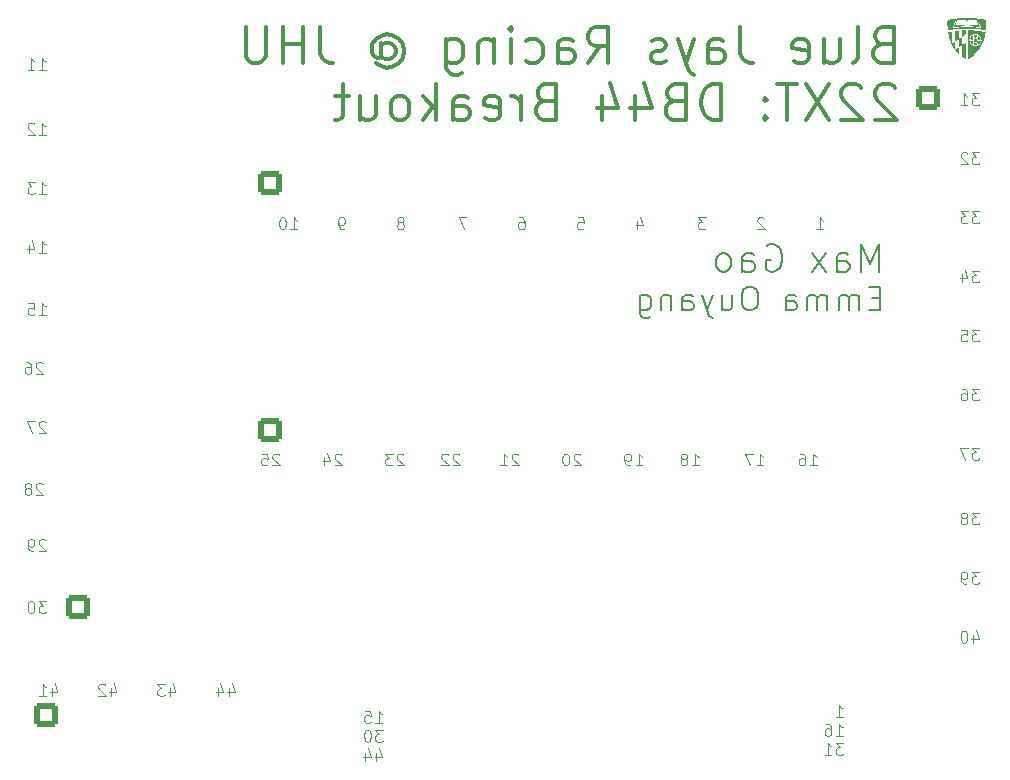
<source format=gbo>
G04 #@! TF.GenerationSoftware,KiCad,Pcbnew,9.0.4*
G04 #@! TF.CreationDate,2025-12-21T18:46:57-05:00*
G04 #@! TF.ProjectId,DB44_breakout,44423434-5f62-4726-9561-6b6f75742e6b,rev?*
G04 #@! TF.SameCoordinates,Original*
G04 #@! TF.FileFunction,Legend,Bot*
G04 #@! TF.FilePolarity,Positive*
%FSLAX46Y46*%
G04 Gerber Fmt 4.6, Leading zero omitted, Abs format (unit mm)*
G04 Created by KiCad (PCBNEW 9.0.4) date 2025-12-21 18:46:57*
%MOMM*%
%LPD*%
G01*
G04 APERTURE LIST*
G04 Aperture macros list*
%AMRoundRect*
0 Rectangle with rounded corners*
0 $1 Rounding radius*
0 $2 $3 $4 $5 $6 $7 $8 $9 X,Y pos of 4 corners*
0 Add a 4 corners polygon primitive as box body*
4,1,4,$2,$3,$4,$5,$6,$7,$8,$9,$2,$3,0*
0 Add four circle primitives for the rounded corners*
1,1,$1+$1,$2,$3*
1,1,$1+$1,$4,$5*
1,1,$1+$1,$6,$7*
1,1,$1+$1,$8,$9*
0 Add four rect primitives between the rounded corners*
20,1,$1+$1,$2,$3,$4,$5,0*
20,1,$1+$1,$4,$5,$6,$7,0*
20,1,$1+$1,$6,$7,$8,$9,0*
20,1,$1+$1,$8,$9,$2,$3,0*%
G04 Aperture macros list end*
%ADD10C,0.125000*%
%ADD11C,0.100000*%
%ADD12C,0.150000*%
%ADD13C,0.162500*%
%ADD14C,0.375000*%
%ADD15C,0.000000*%
%ADD16C,4.000000*%
%ADD17R,1.600000X1.600000*%
%ADD18C,1.600000*%
%ADD19C,2.100000*%
%ADD20RoundRect,0.250001X0.799999X-0.799999X0.799999X0.799999X-0.799999X0.799999X-0.799999X-0.799999X0*%
%ADD21RoundRect,0.250001X-0.799999X-0.799999X0.799999X-0.799999X0.799999X0.799999X-0.799999X0.799999X0*%
%ADD22RoundRect,0.250001X-0.799999X0.799999X-0.799999X-0.799999X0.799999X-0.799999X0.799999X0.799999X0*%
G04 APERTURE END LIST*
D10*
X125155859Y-106151231D02*
X125727287Y-106151231D01*
X125441573Y-106151231D02*
X125441573Y-105151231D01*
X125441573Y-105151231D02*
X125536811Y-105294088D01*
X125536811Y-105294088D02*
X125632049Y-105389326D01*
X125632049Y-105389326D02*
X125727287Y-105436945D01*
X124251097Y-105151231D02*
X124727287Y-105151231D01*
X124727287Y-105151231D02*
X124774906Y-105627421D01*
X124774906Y-105627421D02*
X124727287Y-105579802D01*
X124727287Y-105579802D02*
X124632049Y-105532183D01*
X124632049Y-105532183D02*
X124393954Y-105532183D01*
X124393954Y-105532183D02*
X124298716Y-105579802D01*
X124298716Y-105579802D02*
X124251097Y-105627421D01*
X124251097Y-105627421D02*
X124203478Y-105722659D01*
X124203478Y-105722659D02*
X124203478Y-105960754D01*
X124203478Y-105960754D02*
X124251097Y-106055992D01*
X124251097Y-106055992D02*
X124298716Y-106103612D01*
X124298716Y-106103612D02*
X124393954Y-106151231D01*
X124393954Y-106151231D02*
X124632049Y-106151231D01*
X124632049Y-106151231D02*
X124727287Y-106103612D01*
X124727287Y-106103612D02*
X124774906Y-106055992D01*
X125774906Y-106761175D02*
X125155859Y-106761175D01*
X125155859Y-106761175D02*
X125489192Y-107142127D01*
X125489192Y-107142127D02*
X125346335Y-107142127D01*
X125346335Y-107142127D02*
X125251097Y-107189746D01*
X125251097Y-107189746D02*
X125203478Y-107237365D01*
X125203478Y-107237365D02*
X125155859Y-107332603D01*
X125155859Y-107332603D02*
X125155859Y-107570698D01*
X125155859Y-107570698D02*
X125203478Y-107665936D01*
X125203478Y-107665936D02*
X125251097Y-107713556D01*
X125251097Y-107713556D02*
X125346335Y-107761175D01*
X125346335Y-107761175D02*
X125632049Y-107761175D01*
X125632049Y-107761175D02*
X125727287Y-107713556D01*
X125727287Y-107713556D02*
X125774906Y-107665936D01*
X124536811Y-106761175D02*
X124441573Y-106761175D01*
X124441573Y-106761175D02*
X124346335Y-106808794D01*
X124346335Y-106808794D02*
X124298716Y-106856413D01*
X124298716Y-106856413D02*
X124251097Y-106951651D01*
X124251097Y-106951651D02*
X124203478Y-107142127D01*
X124203478Y-107142127D02*
X124203478Y-107380222D01*
X124203478Y-107380222D02*
X124251097Y-107570698D01*
X124251097Y-107570698D02*
X124298716Y-107665936D01*
X124298716Y-107665936D02*
X124346335Y-107713556D01*
X124346335Y-107713556D02*
X124441573Y-107761175D01*
X124441573Y-107761175D02*
X124536811Y-107761175D01*
X124536811Y-107761175D02*
X124632049Y-107713556D01*
X124632049Y-107713556D02*
X124679668Y-107665936D01*
X124679668Y-107665936D02*
X124727287Y-107570698D01*
X124727287Y-107570698D02*
X124774906Y-107380222D01*
X124774906Y-107380222D02*
X124774906Y-107142127D01*
X124774906Y-107142127D02*
X124727287Y-106951651D01*
X124727287Y-106951651D02*
X124679668Y-106856413D01*
X124679668Y-106856413D02*
X124632049Y-106808794D01*
X124632049Y-106808794D02*
X124536811Y-106761175D01*
X125251097Y-108704452D02*
X125251097Y-109371119D01*
X125489192Y-108323500D02*
X125727287Y-109037785D01*
X125727287Y-109037785D02*
X125108240Y-109037785D01*
X124298716Y-108704452D02*
X124298716Y-109371119D01*
X124536811Y-108323500D02*
X124774906Y-109037785D01*
X124774906Y-109037785D02*
X124155859Y-109037785D01*
X164155859Y-105651231D02*
X164727287Y-105651231D01*
X164441573Y-105651231D02*
X164441573Y-104651231D01*
X164441573Y-104651231D02*
X164536811Y-104794088D01*
X164536811Y-104794088D02*
X164632049Y-104889326D01*
X164632049Y-104889326D02*
X164727287Y-104936945D01*
X164155859Y-107261175D02*
X164727287Y-107261175D01*
X164441573Y-107261175D02*
X164441573Y-106261175D01*
X164441573Y-106261175D02*
X164536811Y-106404032D01*
X164536811Y-106404032D02*
X164632049Y-106499270D01*
X164632049Y-106499270D02*
X164727287Y-106546889D01*
X163298716Y-106261175D02*
X163489192Y-106261175D01*
X163489192Y-106261175D02*
X163584430Y-106308794D01*
X163584430Y-106308794D02*
X163632049Y-106356413D01*
X163632049Y-106356413D02*
X163727287Y-106499270D01*
X163727287Y-106499270D02*
X163774906Y-106689746D01*
X163774906Y-106689746D02*
X163774906Y-107070698D01*
X163774906Y-107070698D02*
X163727287Y-107165936D01*
X163727287Y-107165936D02*
X163679668Y-107213556D01*
X163679668Y-107213556D02*
X163584430Y-107261175D01*
X163584430Y-107261175D02*
X163393954Y-107261175D01*
X163393954Y-107261175D02*
X163298716Y-107213556D01*
X163298716Y-107213556D02*
X163251097Y-107165936D01*
X163251097Y-107165936D02*
X163203478Y-107070698D01*
X163203478Y-107070698D02*
X163203478Y-106832603D01*
X163203478Y-106832603D02*
X163251097Y-106737365D01*
X163251097Y-106737365D02*
X163298716Y-106689746D01*
X163298716Y-106689746D02*
X163393954Y-106642127D01*
X163393954Y-106642127D02*
X163584430Y-106642127D01*
X163584430Y-106642127D02*
X163679668Y-106689746D01*
X163679668Y-106689746D02*
X163727287Y-106737365D01*
X163727287Y-106737365D02*
X163774906Y-106832603D01*
X164774906Y-107871119D02*
X164155859Y-107871119D01*
X164155859Y-107871119D02*
X164489192Y-108252071D01*
X164489192Y-108252071D02*
X164346335Y-108252071D01*
X164346335Y-108252071D02*
X164251097Y-108299690D01*
X164251097Y-108299690D02*
X164203478Y-108347309D01*
X164203478Y-108347309D02*
X164155859Y-108442547D01*
X164155859Y-108442547D02*
X164155859Y-108680642D01*
X164155859Y-108680642D02*
X164203478Y-108775880D01*
X164203478Y-108775880D02*
X164251097Y-108823500D01*
X164251097Y-108823500D02*
X164346335Y-108871119D01*
X164346335Y-108871119D02*
X164632049Y-108871119D01*
X164632049Y-108871119D02*
X164727287Y-108823500D01*
X164727287Y-108823500D02*
X164774906Y-108775880D01*
X163203478Y-108871119D02*
X163774906Y-108871119D01*
X163489192Y-108871119D02*
X163489192Y-107871119D01*
X163489192Y-107871119D02*
X163584430Y-108013976D01*
X163584430Y-108013976D02*
X163679668Y-108109214D01*
X163679668Y-108109214D02*
X163774906Y-108156833D01*
D11*
X132875312Y-63372419D02*
X132208646Y-63372419D01*
X132208646Y-63372419D02*
X132637217Y-64372419D01*
X162506265Y-64372419D02*
X163077693Y-64372419D01*
X162791979Y-64372419D02*
X162791979Y-63372419D01*
X162791979Y-63372419D02*
X162887217Y-63515276D01*
X162887217Y-63515276D02*
X162982455Y-63610514D01*
X162982455Y-63610514D02*
X163077693Y-63658133D01*
X158077693Y-63467657D02*
X158030074Y-63420038D01*
X158030074Y-63420038D02*
X157934836Y-63372419D01*
X157934836Y-63372419D02*
X157696741Y-63372419D01*
X157696741Y-63372419D02*
X157601503Y-63420038D01*
X157601503Y-63420038D02*
X157553884Y-63467657D01*
X157553884Y-63467657D02*
X157506265Y-63562895D01*
X157506265Y-63562895D02*
X157506265Y-63658133D01*
X157506265Y-63658133D02*
X157553884Y-63800990D01*
X157553884Y-63800990D02*
X158125312Y-64372419D01*
X158125312Y-64372419D02*
X157506265Y-64372419D01*
X137351503Y-63372419D02*
X137541979Y-63372419D01*
X137541979Y-63372419D02*
X137637217Y-63420038D01*
X137637217Y-63420038D02*
X137684836Y-63467657D01*
X137684836Y-63467657D02*
X137780074Y-63610514D01*
X137780074Y-63610514D02*
X137827693Y-63800990D01*
X137827693Y-63800990D02*
X137827693Y-64181942D01*
X137827693Y-64181942D02*
X137780074Y-64277180D01*
X137780074Y-64277180D02*
X137732455Y-64324800D01*
X137732455Y-64324800D02*
X137637217Y-64372419D01*
X137637217Y-64372419D02*
X137446741Y-64372419D01*
X137446741Y-64372419D02*
X137351503Y-64324800D01*
X137351503Y-64324800D02*
X137303884Y-64277180D01*
X137303884Y-64277180D02*
X137256265Y-64181942D01*
X137256265Y-64181942D02*
X137256265Y-63943847D01*
X137256265Y-63943847D02*
X137303884Y-63848609D01*
X137303884Y-63848609D02*
X137351503Y-63800990D01*
X137351503Y-63800990D02*
X137446741Y-63753371D01*
X137446741Y-63753371D02*
X137637217Y-63753371D01*
X137637217Y-63753371D02*
X137732455Y-63800990D01*
X137732455Y-63800990D02*
X137780074Y-63848609D01*
X137780074Y-63848609D02*
X137827693Y-63943847D01*
X142303884Y-63372419D02*
X142780074Y-63372419D01*
X142780074Y-63372419D02*
X142827693Y-63848609D01*
X142827693Y-63848609D02*
X142780074Y-63800990D01*
X142780074Y-63800990D02*
X142684836Y-63753371D01*
X142684836Y-63753371D02*
X142446741Y-63753371D01*
X142446741Y-63753371D02*
X142351503Y-63800990D01*
X142351503Y-63800990D02*
X142303884Y-63848609D01*
X142303884Y-63848609D02*
X142256265Y-63943847D01*
X142256265Y-63943847D02*
X142256265Y-64181942D01*
X142256265Y-64181942D02*
X142303884Y-64277180D01*
X142303884Y-64277180D02*
X142351503Y-64324800D01*
X142351503Y-64324800D02*
X142446741Y-64372419D01*
X142446741Y-64372419D02*
X142684836Y-64372419D01*
X142684836Y-64372419D02*
X142780074Y-64324800D01*
X142780074Y-64324800D02*
X142827693Y-64277180D01*
X127387217Y-63800990D02*
X127482455Y-63753371D01*
X127482455Y-63753371D02*
X127530074Y-63705752D01*
X127530074Y-63705752D02*
X127577693Y-63610514D01*
X127577693Y-63610514D02*
X127577693Y-63562895D01*
X127577693Y-63562895D02*
X127530074Y-63467657D01*
X127530074Y-63467657D02*
X127482455Y-63420038D01*
X127482455Y-63420038D02*
X127387217Y-63372419D01*
X127387217Y-63372419D02*
X127196741Y-63372419D01*
X127196741Y-63372419D02*
X127101503Y-63420038D01*
X127101503Y-63420038D02*
X127053884Y-63467657D01*
X127053884Y-63467657D02*
X127006265Y-63562895D01*
X127006265Y-63562895D02*
X127006265Y-63610514D01*
X127006265Y-63610514D02*
X127053884Y-63705752D01*
X127053884Y-63705752D02*
X127101503Y-63753371D01*
X127101503Y-63753371D02*
X127196741Y-63800990D01*
X127196741Y-63800990D02*
X127387217Y-63800990D01*
X127387217Y-63800990D02*
X127482455Y-63848609D01*
X127482455Y-63848609D02*
X127530074Y-63896228D01*
X127530074Y-63896228D02*
X127577693Y-63991466D01*
X127577693Y-63991466D02*
X127577693Y-64181942D01*
X127577693Y-64181942D02*
X127530074Y-64277180D01*
X127530074Y-64277180D02*
X127482455Y-64324800D01*
X127482455Y-64324800D02*
X127387217Y-64372419D01*
X127387217Y-64372419D02*
X127196741Y-64372419D01*
X127196741Y-64372419D02*
X127101503Y-64324800D01*
X127101503Y-64324800D02*
X127053884Y-64277180D01*
X127053884Y-64277180D02*
X127006265Y-64181942D01*
X127006265Y-64181942D02*
X127006265Y-63991466D01*
X127006265Y-63991466D02*
X127053884Y-63896228D01*
X127053884Y-63896228D02*
X127101503Y-63848609D01*
X127101503Y-63848609D02*
X127196741Y-63800990D01*
X147351503Y-63705752D02*
X147351503Y-64372419D01*
X147589598Y-63324800D02*
X147827693Y-64039085D01*
X147827693Y-64039085D02*
X147208646Y-64039085D01*
X117958646Y-64372419D02*
X118530074Y-64372419D01*
X118244360Y-64372419D02*
X118244360Y-63372419D01*
X118244360Y-63372419D02*
X118339598Y-63515276D01*
X118339598Y-63515276D02*
X118434836Y-63610514D01*
X118434836Y-63610514D02*
X118530074Y-63658133D01*
X117339598Y-63372419D02*
X117244360Y-63372419D01*
X117244360Y-63372419D02*
X117149122Y-63420038D01*
X117149122Y-63420038D02*
X117101503Y-63467657D01*
X117101503Y-63467657D02*
X117053884Y-63562895D01*
X117053884Y-63562895D02*
X117006265Y-63753371D01*
X117006265Y-63753371D02*
X117006265Y-63991466D01*
X117006265Y-63991466D02*
X117053884Y-64181942D01*
X117053884Y-64181942D02*
X117101503Y-64277180D01*
X117101503Y-64277180D02*
X117149122Y-64324800D01*
X117149122Y-64324800D02*
X117244360Y-64372419D01*
X117244360Y-64372419D02*
X117339598Y-64372419D01*
X117339598Y-64372419D02*
X117434836Y-64324800D01*
X117434836Y-64324800D02*
X117482455Y-64277180D01*
X117482455Y-64277180D02*
X117530074Y-64181942D01*
X117530074Y-64181942D02*
X117577693Y-63991466D01*
X117577693Y-63991466D02*
X117577693Y-63753371D01*
X117577693Y-63753371D02*
X117530074Y-63562895D01*
X117530074Y-63562895D02*
X117482455Y-63467657D01*
X117482455Y-63467657D02*
X117434836Y-63420038D01*
X117434836Y-63420038D02*
X117339598Y-63372419D01*
X153125312Y-63372419D02*
X152506265Y-63372419D01*
X152506265Y-63372419D02*
X152839598Y-63753371D01*
X152839598Y-63753371D02*
X152696741Y-63753371D01*
X152696741Y-63753371D02*
X152601503Y-63800990D01*
X152601503Y-63800990D02*
X152553884Y-63848609D01*
X152553884Y-63848609D02*
X152506265Y-63943847D01*
X152506265Y-63943847D02*
X152506265Y-64181942D01*
X152506265Y-64181942D02*
X152553884Y-64277180D01*
X152553884Y-64277180D02*
X152601503Y-64324800D01*
X152601503Y-64324800D02*
X152696741Y-64372419D01*
X152696741Y-64372419D02*
X152982455Y-64372419D01*
X152982455Y-64372419D02*
X153077693Y-64324800D01*
X153077693Y-64324800D02*
X153125312Y-64277180D01*
X122482455Y-64372419D02*
X122291979Y-64372419D01*
X122291979Y-64372419D02*
X122196741Y-64324800D01*
X122196741Y-64324800D02*
X122149122Y-64277180D01*
X122149122Y-64277180D02*
X122053884Y-64134323D01*
X122053884Y-64134323D02*
X122006265Y-63943847D01*
X122006265Y-63943847D02*
X122006265Y-63562895D01*
X122006265Y-63562895D02*
X122053884Y-63467657D01*
X122053884Y-63467657D02*
X122101503Y-63420038D01*
X122101503Y-63420038D02*
X122196741Y-63372419D01*
X122196741Y-63372419D02*
X122387217Y-63372419D01*
X122387217Y-63372419D02*
X122482455Y-63420038D01*
X122482455Y-63420038D02*
X122530074Y-63467657D01*
X122530074Y-63467657D02*
X122577693Y-63562895D01*
X122577693Y-63562895D02*
X122577693Y-63800990D01*
X122577693Y-63800990D02*
X122530074Y-63896228D01*
X122530074Y-63896228D02*
X122482455Y-63943847D01*
X122482455Y-63943847D02*
X122387217Y-63991466D01*
X122387217Y-63991466D02*
X122196741Y-63991466D01*
X122196741Y-63991466D02*
X122101503Y-63943847D01*
X122101503Y-63943847D02*
X122053884Y-63896228D01*
X122053884Y-63896228D02*
X122006265Y-63800990D01*
X147208646Y-84372419D02*
X147780074Y-84372419D01*
X147494360Y-84372419D02*
X147494360Y-83372419D01*
X147494360Y-83372419D02*
X147589598Y-83515276D01*
X147589598Y-83515276D02*
X147684836Y-83610514D01*
X147684836Y-83610514D02*
X147780074Y-83658133D01*
X146732455Y-84372419D02*
X146541979Y-84372419D01*
X146541979Y-84372419D02*
X146446741Y-84324800D01*
X146446741Y-84324800D02*
X146399122Y-84277180D01*
X146399122Y-84277180D02*
X146303884Y-84134323D01*
X146303884Y-84134323D02*
X146256265Y-83943847D01*
X146256265Y-83943847D02*
X146256265Y-83562895D01*
X146256265Y-83562895D02*
X146303884Y-83467657D01*
X146303884Y-83467657D02*
X146351503Y-83420038D01*
X146351503Y-83420038D02*
X146446741Y-83372419D01*
X146446741Y-83372419D02*
X146637217Y-83372419D01*
X146637217Y-83372419D02*
X146732455Y-83420038D01*
X146732455Y-83420038D02*
X146780074Y-83467657D01*
X146780074Y-83467657D02*
X146827693Y-83562895D01*
X146827693Y-83562895D02*
X146827693Y-83800990D01*
X146827693Y-83800990D02*
X146780074Y-83896228D01*
X146780074Y-83896228D02*
X146732455Y-83943847D01*
X146732455Y-83943847D02*
X146637217Y-83991466D01*
X146637217Y-83991466D02*
X146446741Y-83991466D01*
X146446741Y-83991466D02*
X146351503Y-83943847D01*
X146351503Y-83943847D02*
X146303884Y-83896228D01*
X146303884Y-83896228D02*
X146256265Y-83800990D01*
X127530074Y-83467657D02*
X127482455Y-83420038D01*
X127482455Y-83420038D02*
X127387217Y-83372419D01*
X127387217Y-83372419D02*
X127149122Y-83372419D01*
X127149122Y-83372419D02*
X127053884Y-83420038D01*
X127053884Y-83420038D02*
X127006265Y-83467657D01*
X127006265Y-83467657D02*
X126958646Y-83562895D01*
X126958646Y-83562895D02*
X126958646Y-83658133D01*
X126958646Y-83658133D02*
X127006265Y-83800990D01*
X127006265Y-83800990D02*
X127577693Y-84372419D01*
X127577693Y-84372419D02*
X126958646Y-84372419D01*
X126625312Y-83372419D02*
X126006265Y-83372419D01*
X126006265Y-83372419D02*
X126339598Y-83753371D01*
X126339598Y-83753371D02*
X126196741Y-83753371D01*
X126196741Y-83753371D02*
X126101503Y-83800990D01*
X126101503Y-83800990D02*
X126053884Y-83848609D01*
X126053884Y-83848609D02*
X126006265Y-83943847D01*
X126006265Y-83943847D02*
X126006265Y-84181942D01*
X126006265Y-84181942D02*
X126053884Y-84277180D01*
X126053884Y-84277180D02*
X126101503Y-84324800D01*
X126101503Y-84324800D02*
X126196741Y-84372419D01*
X126196741Y-84372419D02*
X126482455Y-84372419D01*
X126482455Y-84372419D02*
X126577693Y-84324800D01*
X126577693Y-84324800D02*
X126625312Y-84277180D01*
X151958646Y-84372419D02*
X152530074Y-84372419D01*
X152244360Y-84372419D02*
X152244360Y-83372419D01*
X152244360Y-83372419D02*
X152339598Y-83515276D01*
X152339598Y-83515276D02*
X152434836Y-83610514D01*
X152434836Y-83610514D02*
X152530074Y-83658133D01*
X151387217Y-83800990D02*
X151482455Y-83753371D01*
X151482455Y-83753371D02*
X151530074Y-83705752D01*
X151530074Y-83705752D02*
X151577693Y-83610514D01*
X151577693Y-83610514D02*
X151577693Y-83562895D01*
X151577693Y-83562895D02*
X151530074Y-83467657D01*
X151530074Y-83467657D02*
X151482455Y-83420038D01*
X151482455Y-83420038D02*
X151387217Y-83372419D01*
X151387217Y-83372419D02*
X151196741Y-83372419D01*
X151196741Y-83372419D02*
X151101503Y-83420038D01*
X151101503Y-83420038D02*
X151053884Y-83467657D01*
X151053884Y-83467657D02*
X151006265Y-83562895D01*
X151006265Y-83562895D02*
X151006265Y-83610514D01*
X151006265Y-83610514D02*
X151053884Y-83705752D01*
X151053884Y-83705752D02*
X151101503Y-83753371D01*
X151101503Y-83753371D02*
X151196741Y-83800990D01*
X151196741Y-83800990D02*
X151387217Y-83800990D01*
X151387217Y-83800990D02*
X151482455Y-83848609D01*
X151482455Y-83848609D02*
X151530074Y-83896228D01*
X151530074Y-83896228D02*
X151577693Y-83991466D01*
X151577693Y-83991466D02*
X151577693Y-84181942D01*
X151577693Y-84181942D02*
X151530074Y-84277180D01*
X151530074Y-84277180D02*
X151482455Y-84324800D01*
X151482455Y-84324800D02*
X151387217Y-84372419D01*
X151387217Y-84372419D02*
X151196741Y-84372419D01*
X151196741Y-84372419D02*
X151101503Y-84324800D01*
X151101503Y-84324800D02*
X151053884Y-84277180D01*
X151053884Y-84277180D02*
X151006265Y-84181942D01*
X151006265Y-84181942D02*
X151006265Y-83991466D01*
X151006265Y-83991466D02*
X151053884Y-83896228D01*
X151053884Y-83896228D02*
X151101503Y-83848609D01*
X151101503Y-83848609D02*
X151196741Y-83800990D01*
X122280074Y-83467657D02*
X122232455Y-83420038D01*
X122232455Y-83420038D02*
X122137217Y-83372419D01*
X122137217Y-83372419D02*
X121899122Y-83372419D01*
X121899122Y-83372419D02*
X121803884Y-83420038D01*
X121803884Y-83420038D02*
X121756265Y-83467657D01*
X121756265Y-83467657D02*
X121708646Y-83562895D01*
X121708646Y-83562895D02*
X121708646Y-83658133D01*
X121708646Y-83658133D02*
X121756265Y-83800990D01*
X121756265Y-83800990D02*
X122327693Y-84372419D01*
X122327693Y-84372419D02*
X121708646Y-84372419D01*
X120851503Y-83705752D02*
X120851503Y-84372419D01*
X121089598Y-83324800D02*
X121327693Y-84039085D01*
X121327693Y-84039085D02*
X120708646Y-84039085D01*
X161958646Y-84372419D02*
X162530074Y-84372419D01*
X162244360Y-84372419D02*
X162244360Y-83372419D01*
X162244360Y-83372419D02*
X162339598Y-83515276D01*
X162339598Y-83515276D02*
X162434836Y-83610514D01*
X162434836Y-83610514D02*
X162530074Y-83658133D01*
X161101503Y-83372419D02*
X161291979Y-83372419D01*
X161291979Y-83372419D02*
X161387217Y-83420038D01*
X161387217Y-83420038D02*
X161434836Y-83467657D01*
X161434836Y-83467657D02*
X161530074Y-83610514D01*
X161530074Y-83610514D02*
X161577693Y-83800990D01*
X161577693Y-83800990D02*
X161577693Y-84181942D01*
X161577693Y-84181942D02*
X161530074Y-84277180D01*
X161530074Y-84277180D02*
X161482455Y-84324800D01*
X161482455Y-84324800D02*
X161387217Y-84372419D01*
X161387217Y-84372419D02*
X161196741Y-84372419D01*
X161196741Y-84372419D02*
X161101503Y-84324800D01*
X161101503Y-84324800D02*
X161053884Y-84277180D01*
X161053884Y-84277180D02*
X161006265Y-84181942D01*
X161006265Y-84181942D02*
X161006265Y-83943847D01*
X161006265Y-83943847D02*
X161053884Y-83848609D01*
X161053884Y-83848609D02*
X161101503Y-83800990D01*
X161101503Y-83800990D02*
X161196741Y-83753371D01*
X161196741Y-83753371D02*
X161387217Y-83753371D01*
X161387217Y-83753371D02*
X161482455Y-83800990D01*
X161482455Y-83800990D02*
X161530074Y-83848609D01*
X161530074Y-83848609D02*
X161577693Y-83943847D01*
X132280074Y-83467657D02*
X132232455Y-83420038D01*
X132232455Y-83420038D02*
X132137217Y-83372419D01*
X132137217Y-83372419D02*
X131899122Y-83372419D01*
X131899122Y-83372419D02*
X131803884Y-83420038D01*
X131803884Y-83420038D02*
X131756265Y-83467657D01*
X131756265Y-83467657D02*
X131708646Y-83562895D01*
X131708646Y-83562895D02*
X131708646Y-83658133D01*
X131708646Y-83658133D02*
X131756265Y-83800990D01*
X131756265Y-83800990D02*
X132327693Y-84372419D01*
X132327693Y-84372419D02*
X131708646Y-84372419D01*
X131327693Y-83467657D02*
X131280074Y-83420038D01*
X131280074Y-83420038D02*
X131184836Y-83372419D01*
X131184836Y-83372419D02*
X130946741Y-83372419D01*
X130946741Y-83372419D02*
X130851503Y-83420038D01*
X130851503Y-83420038D02*
X130803884Y-83467657D01*
X130803884Y-83467657D02*
X130756265Y-83562895D01*
X130756265Y-83562895D02*
X130756265Y-83658133D01*
X130756265Y-83658133D02*
X130803884Y-83800990D01*
X130803884Y-83800990D02*
X131375312Y-84372419D01*
X131375312Y-84372419D02*
X130756265Y-84372419D01*
X157458646Y-84372419D02*
X158030074Y-84372419D01*
X157744360Y-84372419D02*
X157744360Y-83372419D01*
X157744360Y-83372419D02*
X157839598Y-83515276D01*
X157839598Y-83515276D02*
X157934836Y-83610514D01*
X157934836Y-83610514D02*
X158030074Y-83658133D01*
X157125312Y-83372419D02*
X156458646Y-83372419D01*
X156458646Y-83372419D02*
X156887217Y-84372419D01*
X137280074Y-83467657D02*
X137232455Y-83420038D01*
X137232455Y-83420038D02*
X137137217Y-83372419D01*
X137137217Y-83372419D02*
X136899122Y-83372419D01*
X136899122Y-83372419D02*
X136803884Y-83420038D01*
X136803884Y-83420038D02*
X136756265Y-83467657D01*
X136756265Y-83467657D02*
X136708646Y-83562895D01*
X136708646Y-83562895D02*
X136708646Y-83658133D01*
X136708646Y-83658133D02*
X136756265Y-83800990D01*
X136756265Y-83800990D02*
X137327693Y-84372419D01*
X137327693Y-84372419D02*
X136708646Y-84372419D01*
X135756265Y-84372419D02*
X136327693Y-84372419D01*
X136041979Y-84372419D02*
X136041979Y-83372419D01*
X136041979Y-83372419D02*
X136137217Y-83515276D01*
X136137217Y-83515276D02*
X136232455Y-83610514D01*
X136232455Y-83610514D02*
X136327693Y-83658133D01*
X117030074Y-83467657D02*
X116982455Y-83420038D01*
X116982455Y-83420038D02*
X116887217Y-83372419D01*
X116887217Y-83372419D02*
X116649122Y-83372419D01*
X116649122Y-83372419D02*
X116553884Y-83420038D01*
X116553884Y-83420038D02*
X116506265Y-83467657D01*
X116506265Y-83467657D02*
X116458646Y-83562895D01*
X116458646Y-83562895D02*
X116458646Y-83658133D01*
X116458646Y-83658133D02*
X116506265Y-83800990D01*
X116506265Y-83800990D02*
X117077693Y-84372419D01*
X117077693Y-84372419D02*
X116458646Y-84372419D01*
X115553884Y-83372419D02*
X116030074Y-83372419D01*
X116030074Y-83372419D02*
X116077693Y-83848609D01*
X116077693Y-83848609D02*
X116030074Y-83800990D01*
X116030074Y-83800990D02*
X115934836Y-83753371D01*
X115934836Y-83753371D02*
X115696741Y-83753371D01*
X115696741Y-83753371D02*
X115601503Y-83800990D01*
X115601503Y-83800990D02*
X115553884Y-83848609D01*
X115553884Y-83848609D02*
X115506265Y-83943847D01*
X115506265Y-83943847D02*
X115506265Y-84181942D01*
X115506265Y-84181942D02*
X115553884Y-84277180D01*
X115553884Y-84277180D02*
X115601503Y-84324800D01*
X115601503Y-84324800D02*
X115696741Y-84372419D01*
X115696741Y-84372419D02*
X115934836Y-84372419D01*
X115934836Y-84372419D02*
X116030074Y-84324800D01*
X116030074Y-84324800D02*
X116077693Y-84277180D01*
X142530074Y-83467657D02*
X142482455Y-83420038D01*
X142482455Y-83420038D02*
X142387217Y-83372419D01*
X142387217Y-83372419D02*
X142149122Y-83372419D01*
X142149122Y-83372419D02*
X142053884Y-83420038D01*
X142053884Y-83420038D02*
X142006265Y-83467657D01*
X142006265Y-83467657D02*
X141958646Y-83562895D01*
X141958646Y-83562895D02*
X141958646Y-83658133D01*
X141958646Y-83658133D02*
X142006265Y-83800990D01*
X142006265Y-83800990D02*
X142577693Y-84372419D01*
X142577693Y-84372419D02*
X141958646Y-84372419D01*
X141339598Y-83372419D02*
X141244360Y-83372419D01*
X141244360Y-83372419D02*
X141149122Y-83420038D01*
X141149122Y-83420038D02*
X141101503Y-83467657D01*
X141101503Y-83467657D02*
X141053884Y-83562895D01*
X141053884Y-83562895D02*
X141006265Y-83753371D01*
X141006265Y-83753371D02*
X141006265Y-83991466D01*
X141006265Y-83991466D02*
X141053884Y-84181942D01*
X141053884Y-84181942D02*
X141101503Y-84277180D01*
X141101503Y-84277180D02*
X141149122Y-84324800D01*
X141149122Y-84324800D02*
X141244360Y-84372419D01*
X141244360Y-84372419D02*
X141339598Y-84372419D01*
X141339598Y-84372419D02*
X141434836Y-84324800D01*
X141434836Y-84324800D02*
X141482455Y-84277180D01*
X141482455Y-84277180D02*
X141530074Y-84181942D01*
X141530074Y-84181942D02*
X141577693Y-83991466D01*
X141577693Y-83991466D02*
X141577693Y-83753371D01*
X141577693Y-83753371D02*
X141530074Y-83562895D01*
X141530074Y-83562895D02*
X141482455Y-83467657D01*
X141482455Y-83467657D02*
X141434836Y-83420038D01*
X141434836Y-83420038D02*
X141339598Y-83372419D01*
X176291353Y-82872419D02*
X175672306Y-82872419D01*
X175672306Y-82872419D02*
X176005639Y-83253371D01*
X176005639Y-83253371D02*
X175862782Y-83253371D01*
X175862782Y-83253371D02*
X175767544Y-83300990D01*
X175767544Y-83300990D02*
X175719925Y-83348609D01*
X175719925Y-83348609D02*
X175672306Y-83443847D01*
X175672306Y-83443847D02*
X175672306Y-83681942D01*
X175672306Y-83681942D02*
X175719925Y-83777180D01*
X175719925Y-83777180D02*
X175767544Y-83824800D01*
X175767544Y-83824800D02*
X175862782Y-83872419D01*
X175862782Y-83872419D02*
X176148496Y-83872419D01*
X176148496Y-83872419D02*
X176243734Y-83824800D01*
X176243734Y-83824800D02*
X176291353Y-83777180D01*
X175338972Y-82872419D02*
X174672306Y-82872419D01*
X174672306Y-82872419D02*
X175100877Y-83872419D01*
X176291353Y-72872419D02*
X175672306Y-72872419D01*
X175672306Y-72872419D02*
X176005639Y-73253371D01*
X176005639Y-73253371D02*
X175862782Y-73253371D01*
X175862782Y-73253371D02*
X175767544Y-73300990D01*
X175767544Y-73300990D02*
X175719925Y-73348609D01*
X175719925Y-73348609D02*
X175672306Y-73443847D01*
X175672306Y-73443847D02*
X175672306Y-73681942D01*
X175672306Y-73681942D02*
X175719925Y-73777180D01*
X175719925Y-73777180D02*
X175767544Y-73824800D01*
X175767544Y-73824800D02*
X175862782Y-73872419D01*
X175862782Y-73872419D02*
X176148496Y-73872419D01*
X176148496Y-73872419D02*
X176243734Y-73824800D01*
X176243734Y-73824800D02*
X176291353Y-73777180D01*
X174767544Y-72872419D02*
X175243734Y-72872419D01*
X175243734Y-72872419D02*
X175291353Y-73348609D01*
X175291353Y-73348609D02*
X175243734Y-73300990D01*
X175243734Y-73300990D02*
X175148496Y-73253371D01*
X175148496Y-73253371D02*
X174910401Y-73253371D01*
X174910401Y-73253371D02*
X174815163Y-73300990D01*
X174815163Y-73300990D02*
X174767544Y-73348609D01*
X174767544Y-73348609D02*
X174719925Y-73443847D01*
X174719925Y-73443847D02*
X174719925Y-73681942D01*
X174719925Y-73681942D02*
X174767544Y-73777180D01*
X174767544Y-73777180D02*
X174815163Y-73824800D01*
X174815163Y-73824800D02*
X174910401Y-73872419D01*
X174910401Y-73872419D02*
X175148496Y-73872419D01*
X175148496Y-73872419D02*
X175243734Y-73824800D01*
X175243734Y-73824800D02*
X175291353Y-73777180D01*
X175767544Y-98705752D02*
X175767544Y-99372419D01*
X176005639Y-98324800D02*
X176243734Y-99039085D01*
X176243734Y-99039085D02*
X175624687Y-99039085D01*
X175053258Y-98372419D02*
X174958020Y-98372419D01*
X174958020Y-98372419D02*
X174862782Y-98420038D01*
X174862782Y-98420038D02*
X174815163Y-98467657D01*
X174815163Y-98467657D02*
X174767544Y-98562895D01*
X174767544Y-98562895D02*
X174719925Y-98753371D01*
X174719925Y-98753371D02*
X174719925Y-98991466D01*
X174719925Y-98991466D02*
X174767544Y-99181942D01*
X174767544Y-99181942D02*
X174815163Y-99277180D01*
X174815163Y-99277180D02*
X174862782Y-99324800D01*
X174862782Y-99324800D02*
X174958020Y-99372419D01*
X174958020Y-99372419D02*
X175053258Y-99372419D01*
X175053258Y-99372419D02*
X175148496Y-99324800D01*
X175148496Y-99324800D02*
X175196115Y-99277180D01*
X175196115Y-99277180D02*
X175243734Y-99181942D01*
X175243734Y-99181942D02*
X175291353Y-98991466D01*
X175291353Y-98991466D02*
X175291353Y-98753371D01*
X175291353Y-98753371D02*
X175243734Y-98562895D01*
X175243734Y-98562895D02*
X175196115Y-98467657D01*
X175196115Y-98467657D02*
X175148496Y-98420038D01*
X175148496Y-98420038D02*
X175053258Y-98372419D01*
X176291353Y-52872419D02*
X175672306Y-52872419D01*
X175672306Y-52872419D02*
X176005639Y-53253371D01*
X176005639Y-53253371D02*
X175862782Y-53253371D01*
X175862782Y-53253371D02*
X175767544Y-53300990D01*
X175767544Y-53300990D02*
X175719925Y-53348609D01*
X175719925Y-53348609D02*
X175672306Y-53443847D01*
X175672306Y-53443847D02*
X175672306Y-53681942D01*
X175672306Y-53681942D02*
X175719925Y-53777180D01*
X175719925Y-53777180D02*
X175767544Y-53824800D01*
X175767544Y-53824800D02*
X175862782Y-53872419D01*
X175862782Y-53872419D02*
X176148496Y-53872419D01*
X176148496Y-53872419D02*
X176243734Y-53824800D01*
X176243734Y-53824800D02*
X176291353Y-53777180D01*
X174719925Y-53872419D02*
X175291353Y-53872419D01*
X175005639Y-53872419D02*
X175005639Y-52872419D01*
X175005639Y-52872419D02*
X175100877Y-53015276D01*
X175100877Y-53015276D02*
X175196115Y-53110514D01*
X175196115Y-53110514D02*
X175291353Y-53158133D01*
X176291353Y-57872419D02*
X175672306Y-57872419D01*
X175672306Y-57872419D02*
X176005639Y-58253371D01*
X176005639Y-58253371D02*
X175862782Y-58253371D01*
X175862782Y-58253371D02*
X175767544Y-58300990D01*
X175767544Y-58300990D02*
X175719925Y-58348609D01*
X175719925Y-58348609D02*
X175672306Y-58443847D01*
X175672306Y-58443847D02*
X175672306Y-58681942D01*
X175672306Y-58681942D02*
X175719925Y-58777180D01*
X175719925Y-58777180D02*
X175767544Y-58824800D01*
X175767544Y-58824800D02*
X175862782Y-58872419D01*
X175862782Y-58872419D02*
X176148496Y-58872419D01*
X176148496Y-58872419D02*
X176243734Y-58824800D01*
X176243734Y-58824800D02*
X176291353Y-58777180D01*
X175291353Y-57967657D02*
X175243734Y-57920038D01*
X175243734Y-57920038D02*
X175148496Y-57872419D01*
X175148496Y-57872419D02*
X174910401Y-57872419D01*
X174910401Y-57872419D02*
X174815163Y-57920038D01*
X174815163Y-57920038D02*
X174767544Y-57967657D01*
X174767544Y-57967657D02*
X174719925Y-58062895D01*
X174719925Y-58062895D02*
X174719925Y-58158133D01*
X174719925Y-58158133D02*
X174767544Y-58300990D01*
X174767544Y-58300990D02*
X175338972Y-58872419D01*
X175338972Y-58872419D02*
X174719925Y-58872419D01*
X176291353Y-67872419D02*
X175672306Y-67872419D01*
X175672306Y-67872419D02*
X176005639Y-68253371D01*
X176005639Y-68253371D02*
X175862782Y-68253371D01*
X175862782Y-68253371D02*
X175767544Y-68300990D01*
X175767544Y-68300990D02*
X175719925Y-68348609D01*
X175719925Y-68348609D02*
X175672306Y-68443847D01*
X175672306Y-68443847D02*
X175672306Y-68681942D01*
X175672306Y-68681942D02*
X175719925Y-68777180D01*
X175719925Y-68777180D02*
X175767544Y-68824800D01*
X175767544Y-68824800D02*
X175862782Y-68872419D01*
X175862782Y-68872419D02*
X176148496Y-68872419D01*
X176148496Y-68872419D02*
X176243734Y-68824800D01*
X176243734Y-68824800D02*
X176291353Y-68777180D01*
X174815163Y-68205752D02*
X174815163Y-68872419D01*
X175053258Y-67824800D02*
X175291353Y-68539085D01*
X175291353Y-68539085D02*
X174672306Y-68539085D01*
X176291353Y-93372419D02*
X175672306Y-93372419D01*
X175672306Y-93372419D02*
X176005639Y-93753371D01*
X176005639Y-93753371D02*
X175862782Y-93753371D01*
X175862782Y-93753371D02*
X175767544Y-93800990D01*
X175767544Y-93800990D02*
X175719925Y-93848609D01*
X175719925Y-93848609D02*
X175672306Y-93943847D01*
X175672306Y-93943847D02*
X175672306Y-94181942D01*
X175672306Y-94181942D02*
X175719925Y-94277180D01*
X175719925Y-94277180D02*
X175767544Y-94324800D01*
X175767544Y-94324800D02*
X175862782Y-94372419D01*
X175862782Y-94372419D02*
X176148496Y-94372419D01*
X176148496Y-94372419D02*
X176243734Y-94324800D01*
X176243734Y-94324800D02*
X176291353Y-94277180D01*
X175196115Y-94372419D02*
X175005639Y-94372419D01*
X175005639Y-94372419D02*
X174910401Y-94324800D01*
X174910401Y-94324800D02*
X174862782Y-94277180D01*
X174862782Y-94277180D02*
X174767544Y-94134323D01*
X174767544Y-94134323D02*
X174719925Y-93943847D01*
X174719925Y-93943847D02*
X174719925Y-93562895D01*
X174719925Y-93562895D02*
X174767544Y-93467657D01*
X174767544Y-93467657D02*
X174815163Y-93420038D01*
X174815163Y-93420038D02*
X174910401Y-93372419D01*
X174910401Y-93372419D02*
X175100877Y-93372419D01*
X175100877Y-93372419D02*
X175196115Y-93420038D01*
X175196115Y-93420038D02*
X175243734Y-93467657D01*
X175243734Y-93467657D02*
X175291353Y-93562895D01*
X175291353Y-93562895D02*
X175291353Y-93800990D01*
X175291353Y-93800990D02*
X175243734Y-93896228D01*
X175243734Y-93896228D02*
X175196115Y-93943847D01*
X175196115Y-93943847D02*
X175100877Y-93991466D01*
X175100877Y-93991466D02*
X174910401Y-93991466D01*
X174910401Y-93991466D02*
X174815163Y-93943847D01*
X174815163Y-93943847D02*
X174767544Y-93896228D01*
X174767544Y-93896228D02*
X174719925Y-93800990D01*
X176291353Y-62872419D02*
X175672306Y-62872419D01*
X175672306Y-62872419D02*
X176005639Y-63253371D01*
X176005639Y-63253371D02*
X175862782Y-63253371D01*
X175862782Y-63253371D02*
X175767544Y-63300990D01*
X175767544Y-63300990D02*
X175719925Y-63348609D01*
X175719925Y-63348609D02*
X175672306Y-63443847D01*
X175672306Y-63443847D02*
X175672306Y-63681942D01*
X175672306Y-63681942D02*
X175719925Y-63777180D01*
X175719925Y-63777180D02*
X175767544Y-63824800D01*
X175767544Y-63824800D02*
X175862782Y-63872419D01*
X175862782Y-63872419D02*
X176148496Y-63872419D01*
X176148496Y-63872419D02*
X176243734Y-63824800D01*
X176243734Y-63824800D02*
X176291353Y-63777180D01*
X175338972Y-62872419D02*
X174719925Y-62872419D01*
X174719925Y-62872419D02*
X175053258Y-63253371D01*
X175053258Y-63253371D02*
X174910401Y-63253371D01*
X174910401Y-63253371D02*
X174815163Y-63300990D01*
X174815163Y-63300990D02*
X174767544Y-63348609D01*
X174767544Y-63348609D02*
X174719925Y-63443847D01*
X174719925Y-63443847D02*
X174719925Y-63681942D01*
X174719925Y-63681942D02*
X174767544Y-63777180D01*
X174767544Y-63777180D02*
X174815163Y-63824800D01*
X174815163Y-63824800D02*
X174910401Y-63872419D01*
X174910401Y-63872419D02*
X175196115Y-63872419D01*
X175196115Y-63872419D02*
X175291353Y-63824800D01*
X175291353Y-63824800D02*
X175338972Y-63777180D01*
X176291353Y-77872419D02*
X175672306Y-77872419D01*
X175672306Y-77872419D02*
X176005639Y-78253371D01*
X176005639Y-78253371D02*
X175862782Y-78253371D01*
X175862782Y-78253371D02*
X175767544Y-78300990D01*
X175767544Y-78300990D02*
X175719925Y-78348609D01*
X175719925Y-78348609D02*
X175672306Y-78443847D01*
X175672306Y-78443847D02*
X175672306Y-78681942D01*
X175672306Y-78681942D02*
X175719925Y-78777180D01*
X175719925Y-78777180D02*
X175767544Y-78824800D01*
X175767544Y-78824800D02*
X175862782Y-78872419D01*
X175862782Y-78872419D02*
X176148496Y-78872419D01*
X176148496Y-78872419D02*
X176243734Y-78824800D01*
X176243734Y-78824800D02*
X176291353Y-78777180D01*
X174815163Y-77872419D02*
X175005639Y-77872419D01*
X175005639Y-77872419D02*
X175100877Y-77920038D01*
X175100877Y-77920038D02*
X175148496Y-77967657D01*
X175148496Y-77967657D02*
X175243734Y-78110514D01*
X175243734Y-78110514D02*
X175291353Y-78300990D01*
X175291353Y-78300990D02*
X175291353Y-78681942D01*
X175291353Y-78681942D02*
X175243734Y-78777180D01*
X175243734Y-78777180D02*
X175196115Y-78824800D01*
X175196115Y-78824800D02*
X175100877Y-78872419D01*
X175100877Y-78872419D02*
X174910401Y-78872419D01*
X174910401Y-78872419D02*
X174815163Y-78824800D01*
X174815163Y-78824800D02*
X174767544Y-78777180D01*
X174767544Y-78777180D02*
X174719925Y-78681942D01*
X174719925Y-78681942D02*
X174719925Y-78443847D01*
X174719925Y-78443847D02*
X174767544Y-78348609D01*
X174767544Y-78348609D02*
X174815163Y-78300990D01*
X174815163Y-78300990D02*
X174910401Y-78253371D01*
X174910401Y-78253371D02*
X175100877Y-78253371D01*
X175100877Y-78253371D02*
X175196115Y-78300990D01*
X175196115Y-78300990D02*
X175243734Y-78348609D01*
X175243734Y-78348609D02*
X175291353Y-78443847D01*
X176291353Y-88372419D02*
X175672306Y-88372419D01*
X175672306Y-88372419D02*
X176005639Y-88753371D01*
X176005639Y-88753371D02*
X175862782Y-88753371D01*
X175862782Y-88753371D02*
X175767544Y-88800990D01*
X175767544Y-88800990D02*
X175719925Y-88848609D01*
X175719925Y-88848609D02*
X175672306Y-88943847D01*
X175672306Y-88943847D02*
X175672306Y-89181942D01*
X175672306Y-89181942D02*
X175719925Y-89277180D01*
X175719925Y-89277180D02*
X175767544Y-89324800D01*
X175767544Y-89324800D02*
X175862782Y-89372419D01*
X175862782Y-89372419D02*
X176148496Y-89372419D01*
X176148496Y-89372419D02*
X176243734Y-89324800D01*
X176243734Y-89324800D02*
X176291353Y-89277180D01*
X175100877Y-88800990D02*
X175196115Y-88753371D01*
X175196115Y-88753371D02*
X175243734Y-88705752D01*
X175243734Y-88705752D02*
X175291353Y-88610514D01*
X175291353Y-88610514D02*
X175291353Y-88562895D01*
X175291353Y-88562895D02*
X175243734Y-88467657D01*
X175243734Y-88467657D02*
X175196115Y-88420038D01*
X175196115Y-88420038D02*
X175100877Y-88372419D01*
X175100877Y-88372419D02*
X174910401Y-88372419D01*
X174910401Y-88372419D02*
X174815163Y-88420038D01*
X174815163Y-88420038D02*
X174767544Y-88467657D01*
X174767544Y-88467657D02*
X174719925Y-88562895D01*
X174719925Y-88562895D02*
X174719925Y-88610514D01*
X174719925Y-88610514D02*
X174767544Y-88705752D01*
X174767544Y-88705752D02*
X174815163Y-88753371D01*
X174815163Y-88753371D02*
X174910401Y-88800990D01*
X174910401Y-88800990D02*
X175100877Y-88800990D01*
X175100877Y-88800990D02*
X175196115Y-88848609D01*
X175196115Y-88848609D02*
X175243734Y-88896228D01*
X175243734Y-88896228D02*
X175291353Y-88991466D01*
X175291353Y-88991466D02*
X175291353Y-89181942D01*
X175291353Y-89181942D02*
X175243734Y-89277180D01*
X175243734Y-89277180D02*
X175196115Y-89324800D01*
X175196115Y-89324800D02*
X175100877Y-89372419D01*
X175100877Y-89372419D02*
X174910401Y-89372419D01*
X174910401Y-89372419D02*
X174815163Y-89324800D01*
X174815163Y-89324800D02*
X174767544Y-89277180D01*
X174767544Y-89277180D02*
X174719925Y-89181942D01*
X174719925Y-89181942D02*
X174719925Y-88991466D01*
X174719925Y-88991466D02*
X174767544Y-88896228D01*
X174767544Y-88896228D02*
X174815163Y-88848609D01*
X174815163Y-88848609D02*
X174910401Y-88800990D01*
X97248496Y-90717657D02*
X97200877Y-90670038D01*
X97200877Y-90670038D02*
X97105639Y-90622419D01*
X97105639Y-90622419D02*
X96867544Y-90622419D01*
X96867544Y-90622419D02*
X96772306Y-90670038D01*
X96772306Y-90670038D02*
X96724687Y-90717657D01*
X96724687Y-90717657D02*
X96677068Y-90812895D01*
X96677068Y-90812895D02*
X96677068Y-90908133D01*
X96677068Y-90908133D02*
X96724687Y-91050990D01*
X96724687Y-91050990D02*
X97296115Y-91622419D01*
X97296115Y-91622419D02*
X96677068Y-91622419D01*
X96200877Y-91622419D02*
X96010401Y-91622419D01*
X96010401Y-91622419D02*
X95915163Y-91574800D01*
X95915163Y-91574800D02*
X95867544Y-91527180D01*
X95867544Y-91527180D02*
X95772306Y-91384323D01*
X95772306Y-91384323D02*
X95724687Y-91193847D01*
X95724687Y-91193847D02*
X95724687Y-90812895D01*
X95724687Y-90812895D02*
X95772306Y-90717657D01*
X95772306Y-90717657D02*
X95819925Y-90670038D01*
X95819925Y-90670038D02*
X95915163Y-90622419D01*
X95915163Y-90622419D02*
X96105639Y-90622419D01*
X96105639Y-90622419D02*
X96200877Y-90670038D01*
X96200877Y-90670038D02*
X96248496Y-90717657D01*
X96248496Y-90717657D02*
X96296115Y-90812895D01*
X96296115Y-90812895D02*
X96296115Y-91050990D01*
X96296115Y-91050990D02*
X96248496Y-91146228D01*
X96248496Y-91146228D02*
X96200877Y-91193847D01*
X96200877Y-91193847D02*
X96105639Y-91241466D01*
X96105639Y-91241466D02*
X95915163Y-91241466D01*
X95915163Y-91241466D02*
X95819925Y-91193847D01*
X95819925Y-91193847D02*
X95772306Y-91146228D01*
X95772306Y-91146228D02*
X95724687Y-91050990D01*
X97296115Y-95872419D02*
X96677068Y-95872419D01*
X96677068Y-95872419D02*
X97010401Y-96253371D01*
X97010401Y-96253371D02*
X96867544Y-96253371D01*
X96867544Y-96253371D02*
X96772306Y-96300990D01*
X96772306Y-96300990D02*
X96724687Y-96348609D01*
X96724687Y-96348609D02*
X96677068Y-96443847D01*
X96677068Y-96443847D02*
X96677068Y-96681942D01*
X96677068Y-96681942D02*
X96724687Y-96777180D01*
X96724687Y-96777180D02*
X96772306Y-96824800D01*
X96772306Y-96824800D02*
X96867544Y-96872419D01*
X96867544Y-96872419D02*
X97153258Y-96872419D01*
X97153258Y-96872419D02*
X97248496Y-96824800D01*
X97248496Y-96824800D02*
X97296115Y-96777180D01*
X96058020Y-95872419D02*
X95962782Y-95872419D01*
X95962782Y-95872419D02*
X95867544Y-95920038D01*
X95867544Y-95920038D02*
X95819925Y-95967657D01*
X95819925Y-95967657D02*
X95772306Y-96062895D01*
X95772306Y-96062895D02*
X95724687Y-96253371D01*
X95724687Y-96253371D02*
X95724687Y-96491466D01*
X95724687Y-96491466D02*
X95772306Y-96681942D01*
X95772306Y-96681942D02*
X95819925Y-96777180D01*
X95819925Y-96777180D02*
X95867544Y-96824800D01*
X95867544Y-96824800D02*
X95962782Y-96872419D01*
X95962782Y-96872419D02*
X96058020Y-96872419D01*
X96058020Y-96872419D02*
X96153258Y-96824800D01*
X96153258Y-96824800D02*
X96200877Y-96777180D01*
X96200877Y-96777180D02*
X96248496Y-96681942D01*
X96248496Y-96681942D02*
X96296115Y-96491466D01*
X96296115Y-96491466D02*
X96296115Y-96253371D01*
X96296115Y-96253371D02*
X96248496Y-96062895D01*
X96248496Y-96062895D02*
X96200877Y-95967657D01*
X96200877Y-95967657D02*
X96153258Y-95920038D01*
X96153258Y-95920038D02*
X96058020Y-95872419D01*
X96998496Y-85967657D02*
X96950877Y-85920038D01*
X96950877Y-85920038D02*
X96855639Y-85872419D01*
X96855639Y-85872419D02*
X96617544Y-85872419D01*
X96617544Y-85872419D02*
X96522306Y-85920038D01*
X96522306Y-85920038D02*
X96474687Y-85967657D01*
X96474687Y-85967657D02*
X96427068Y-86062895D01*
X96427068Y-86062895D02*
X96427068Y-86158133D01*
X96427068Y-86158133D02*
X96474687Y-86300990D01*
X96474687Y-86300990D02*
X97046115Y-86872419D01*
X97046115Y-86872419D02*
X96427068Y-86872419D01*
X95855639Y-86300990D02*
X95950877Y-86253371D01*
X95950877Y-86253371D02*
X95998496Y-86205752D01*
X95998496Y-86205752D02*
X96046115Y-86110514D01*
X96046115Y-86110514D02*
X96046115Y-86062895D01*
X96046115Y-86062895D02*
X95998496Y-85967657D01*
X95998496Y-85967657D02*
X95950877Y-85920038D01*
X95950877Y-85920038D02*
X95855639Y-85872419D01*
X95855639Y-85872419D02*
X95665163Y-85872419D01*
X95665163Y-85872419D02*
X95569925Y-85920038D01*
X95569925Y-85920038D02*
X95522306Y-85967657D01*
X95522306Y-85967657D02*
X95474687Y-86062895D01*
X95474687Y-86062895D02*
X95474687Y-86110514D01*
X95474687Y-86110514D02*
X95522306Y-86205752D01*
X95522306Y-86205752D02*
X95569925Y-86253371D01*
X95569925Y-86253371D02*
X95665163Y-86300990D01*
X95665163Y-86300990D02*
X95855639Y-86300990D01*
X95855639Y-86300990D02*
X95950877Y-86348609D01*
X95950877Y-86348609D02*
X95998496Y-86396228D01*
X95998496Y-86396228D02*
X96046115Y-86491466D01*
X96046115Y-86491466D02*
X96046115Y-86681942D01*
X96046115Y-86681942D02*
X95998496Y-86777180D01*
X95998496Y-86777180D02*
X95950877Y-86824800D01*
X95950877Y-86824800D02*
X95855639Y-86872419D01*
X95855639Y-86872419D02*
X95665163Y-86872419D01*
X95665163Y-86872419D02*
X95569925Y-86824800D01*
X95569925Y-86824800D02*
X95522306Y-86777180D01*
X95522306Y-86777180D02*
X95474687Y-86681942D01*
X95474687Y-86681942D02*
X95474687Y-86491466D01*
X95474687Y-86491466D02*
X95522306Y-86396228D01*
X95522306Y-86396228D02*
X95569925Y-86348609D01*
X95569925Y-86348609D02*
X95665163Y-86300990D01*
X97248496Y-80717657D02*
X97200877Y-80670038D01*
X97200877Y-80670038D02*
X97105639Y-80622419D01*
X97105639Y-80622419D02*
X96867544Y-80622419D01*
X96867544Y-80622419D02*
X96772306Y-80670038D01*
X96772306Y-80670038D02*
X96724687Y-80717657D01*
X96724687Y-80717657D02*
X96677068Y-80812895D01*
X96677068Y-80812895D02*
X96677068Y-80908133D01*
X96677068Y-80908133D02*
X96724687Y-81050990D01*
X96724687Y-81050990D02*
X97296115Y-81622419D01*
X97296115Y-81622419D02*
X96677068Y-81622419D01*
X96343734Y-80622419D02*
X95677068Y-80622419D01*
X95677068Y-80622419D02*
X96105639Y-81622419D01*
X96677068Y-71622419D02*
X97248496Y-71622419D01*
X96962782Y-71622419D02*
X96962782Y-70622419D01*
X96962782Y-70622419D02*
X97058020Y-70765276D01*
X97058020Y-70765276D02*
X97153258Y-70860514D01*
X97153258Y-70860514D02*
X97248496Y-70908133D01*
X95772306Y-70622419D02*
X96248496Y-70622419D01*
X96248496Y-70622419D02*
X96296115Y-71098609D01*
X96296115Y-71098609D02*
X96248496Y-71050990D01*
X96248496Y-71050990D02*
X96153258Y-71003371D01*
X96153258Y-71003371D02*
X95915163Y-71003371D01*
X95915163Y-71003371D02*
X95819925Y-71050990D01*
X95819925Y-71050990D02*
X95772306Y-71098609D01*
X95772306Y-71098609D02*
X95724687Y-71193847D01*
X95724687Y-71193847D02*
X95724687Y-71431942D01*
X95724687Y-71431942D02*
X95772306Y-71527180D01*
X95772306Y-71527180D02*
X95819925Y-71574800D01*
X95819925Y-71574800D02*
X95915163Y-71622419D01*
X95915163Y-71622419D02*
X96153258Y-71622419D01*
X96153258Y-71622419D02*
X96248496Y-71574800D01*
X96248496Y-71574800D02*
X96296115Y-71527180D01*
X96677068Y-66372419D02*
X97248496Y-66372419D01*
X96962782Y-66372419D02*
X96962782Y-65372419D01*
X96962782Y-65372419D02*
X97058020Y-65515276D01*
X97058020Y-65515276D02*
X97153258Y-65610514D01*
X97153258Y-65610514D02*
X97248496Y-65658133D01*
X95819925Y-65705752D02*
X95819925Y-66372419D01*
X96058020Y-65324800D02*
X96296115Y-66039085D01*
X96296115Y-66039085D02*
X95677068Y-66039085D01*
X96998496Y-75717657D02*
X96950877Y-75670038D01*
X96950877Y-75670038D02*
X96855639Y-75622419D01*
X96855639Y-75622419D02*
X96617544Y-75622419D01*
X96617544Y-75622419D02*
X96522306Y-75670038D01*
X96522306Y-75670038D02*
X96474687Y-75717657D01*
X96474687Y-75717657D02*
X96427068Y-75812895D01*
X96427068Y-75812895D02*
X96427068Y-75908133D01*
X96427068Y-75908133D02*
X96474687Y-76050990D01*
X96474687Y-76050990D02*
X97046115Y-76622419D01*
X97046115Y-76622419D02*
X96427068Y-76622419D01*
X95569925Y-75622419D02*
X95760401Y-75622419D01*
X95760401Y-75622419D02*
X95855639Y-75670038D01*
X95855639Y-75670038D02*
X95903258Y-75717657D01*
X95903258Y-75717657D02*
X95998496Y-75860514D01*
X95998496Y-75860514D02*
X96046115Y-76050990D01*
X96046115Y-76050990D02*
X96046115Y-76431942D01*
X96046115Y-76431942D02*
X95998496Y-76527180D01*
X95998496Y-76527180D02*
X95950877Y-76574800D01*
X95950877Y-76574800D02*
X95855639Y-76622419D01*
X95855639Y-76622419D02*
X95665163Y-76622419D01*
X95665163Y-76622419D02*
X95569925Y-76574800D01*
X95569925Y-76574800D02*
X95522306Y-76527180D01*
X95522306Y-76527180D02*
X95474687Y-76431942D01*
X95474687Y-76431942D02*
X95474687Y-76193847D01*
X95474687Y-76193847D02*
X95522306Y-76098609D01*
X95522306Y-76098609D02*
X95569925Y-76050990D01*
X95569925Y-76050990D02*
X95665163Y-76003371D01*
X95665163Y-76003371D02*
X95855639Y-76003371D01*
X95855639Y-76003371D02*
X95950877Y-76050990D01*
X95950877Y-76050990D02*
X95998496Y-76098609D01*
X95998496Y-76098609D02*
X96046115Y-76193847D01*
X96672306Y-61372419D02*
X97243734Y-61372419D01*
X96958020Y-61372419D02*
X96958020Y-60372419D01*
X96958020Y-60372419D02*
X97053258Y-60515276D01*
X97053258Y-60515276D02*
X97148496Y-60610514D01*
X97148496Y-60610514D02*
X97243734Y-60658133D01*
X96338972Y-60372419D02*
X95719925Y-60372419D01*
X95719925Y-60372419D02*
X96053258Y-60753371D01*
X96053258Y-60753371D02*
X95910401Y-60753371D01*
X95910401Y-60753371D02*
X95815163Y-60800990D01*
X95815163Y-60800990D02*
X95767544Y-60848609D01*
X95767544Y-60848609D02*
X95719925Y-60943847D01*
X95719925Y-60943847D02*
X95719925Y-61181942D01*
X95719925Y-61181942D02*
X95767544Y-61277180D01*
X95767544Y-61277180D02*
X95815163Y-61324800D01*
X95815163Y-61324800D02*
X95910401Y-61372419D01*
X95910401Y-61372419D02*
X96196115Y-61372419D01*
X96196115Y-61372419D02*
X96291353Y-61324800D01*
X96291353Y-61324800D02*
X96338972Y-61277180D01*
X96672306Y-56372419D02*
X97243734Y-56372419D01*
X96958020Y-56372419D02*
X96958020Y-55372419D01*
X96958020Y-55372419D02*
X97053258Y-55515276D01*
X97053258Y-55515276D02*
X97148496Y-55610514D01*
X97148496Y-55610514D02*
X97243734Y-55658133D01*
X96291353Y-55467657D02*
X96243734Y-55420038D01*
X96243734Y-55420038D02*
X96148496Y-55372419D01*
X96148496Y-55372419D02*
X95910401Y-55372419D01*
X95910401Y-55372419D02*
X95815163Y-55420038D01*
X95815163Y-55420038D02*
X95767544Y-55467657D01*
X95767544Y-55467657D02*
X95719925Y-55562895D01*
X95719925Y-55562895D02*
X95719925Y-55658133D01*
X95719925Y-55658133D02*
X95767544Y-55800990D01*
X95767544Y-55800990D02*
X96338972Y-56372419D01*
X96338972Y-56372419D02*
X95719925Y-56372419D01*
X96672306Y-50872419D02*
X97243734Y-50872419D01*
X96958020Y-50872419D02*
X96958020Y-49872419D01*
X96958020Y-49872419D02*
X97053258Y-50015276D01*
X97053258Y-50015276D02*
X97148496Y-50110514D01*
X97148496Y-50110514D02*
X97243734Y-50158133D01*
X95719925Y-50872419D02*
X96291353Y-50872419D01*
X96005639Y-50872419D02*
X96005639Y-49872419D01*
X96005639Y-49872419D02*
X96100877Y-50015276D01*
X96100877Y-50015276D02*
X96196115Y-50110514D01*
X96196115Y-50110514D02*
X96291353Y-50158133D01*
X102767544Y-103205752D02*
X102767544Y-103872419D01*
X103005639Y-102824800D02*
X103243734Y-103539085D01*
X103243734Y-103539085D02*
X102624687Y-103539085D01*
X102291353Y-102967657D02*
X102243734Y-102920038D01*
X102243734Y-102920038D02*
X102148496Y-102872419D01*
X102148496Y-102872419D02*
X101910401Y-102872419D01*
X101910401Y-102872419D02*
X101815163Y-102920038D01*
X101815163Y-102920038D02*
X101767544Y-102967657D01*
X101767544Y-102967657D02*
X101719925Y-103062895D01*
X101719925Y-103062895D02*
X101719925Y-103158133D01*
X101719925Y-103158133D02*
X101767544Y-103300990D01*
X101767544Y-103300990D02*
X102338972Y-103872419D01*
X102338972Y-103872419D02*
X101719925Y-103872419D01*
X97767544Y-103205752D02*
X97767544Y-103872419D01*
X98005639Y-102824800D02*
X98243734Y-103539085D01*
X98243734Y-103539085D02*
X97624687Y-103539085D01*
X96719925Y-103872419D02*
X97291353Y-103872419D01*
X97005639Y-103872419D02*
X97005639Y-102872419D01*
X97005639Y-102872419D02*
X97100877Y-103015276D01*
X97100877Y-103015276D02*
X97196115Y-103110514D01*
X97196115Y-103110514D02*
X97291353Y-103158133D01*
X107767544Y-103205752D02*
X107767544Y-103872419D01*
X108005639Y-102824800D02*
X108243734Y-103539085D01*
X108243734Y-103539085D02*
X107624687Y-103539085D01*
X107338972Y-102872419D02*
X106719925Y-102872419D01*
X106719925Y-102872419D02*
X107053258Y-103253371D01*
X107053258Y-103253371D02*
X106910401Y-103253371D01*
X106910401Y-103253371D02*
X106815163Y-103300990D01*
X106815163Y-103300990D02*
X106767544Y-103348609D01*
X106767544Y-103348609D02*
X106719925Y-103443847D01*
X106719925Y-103443847D02*
X106719925Y-103681942D01*
X106719925Y-103681942D02*
X106767544Y-103777180D01*
X106767544Y-103777180D02*
X106815163Y-103824800D01*
X106815163Y-103824800D02*
X106910401Y-103872419D01*
X106910401Y-103872419D02*
X107196115Y-103872419D01*
X107196115Y-103872419D02*
X107291353Y-103824800D01*
X107291353Y-103824800D02*
X107338972Y-103777180D01*
X112767544Y-103205752D02*
X112767544Y-103872419D01*
X113005639Y-102824800D02*
X113243734Y-103539085D01*
X113243734Y-103539085D02*
X112624687Y-103539085D01*
X111815163Y-103205752D02*
X111815163Y-103872419D01*
X112053258Y-102824800D02*
X112291353Y-103539085D01*
X112291353Y-103539085D02*
X111672306Y-103539085D01*
D12*
X167925125Y-70199819D02*
X167258458Y-70199819D01*
X166972744Y-71247438D02*
X167925125Y-71247438D01*
X167925125Y-71247438D02*
X167925125Y-69247438D01*
X167925125Y-69247438D02*
X166972744Y-69247438D01*
X166115601Y-71247438D02*
X166115601Y-69914104D01*
X166115601Y-70104580D02*
X166020363Y-70009342D01*
X166020363Y-70009342D02*
X165829887Y-69914104D01*
X165829887Y-69914104D02*
X165544172Y-69914104D01*
X165544172Y-69914104D02*
X165353696Y-70009342D01*
X165353696Y-70009342D02*
X165258458Y-70199819D01*
X165258458Y-70199819D02*
X165258458Y-71247438D01*
X165258458Y-70199819D02*
X165163220Y-70009342D01*
X165163220Y-70009342D02*
X164972744Y-69914104D01*
X164972744Y-69914104D02*
X164687030Y-69914104D01*
X164687030Y-69914104D02*
X164496553Y-70009342D01*
X164496553Y-70009342D02*
X164401315Y-70199819D01*
X164401315Y-70199819D02*
X164401315Y-71247438D01*
X163448934Y-71247438D02*
X163448934Y-69914104D01*
X163448934Y-70104580D02*
X163353696Y-70009342D01*
X163353696Y-70009342D02*
X163163220Y-69914104D01*
X163163220Y-69914104D02*
X162877505Y-69914104D01*
X162877505Y-69914104D02*
X162687029Y-70009342D01*
X162687029Y-70009342D02*
X162591791Y-70199819D01*
X162591791Y-70199819D02*
X162591791Y-71247438D01*
X162591791Y-70199819D02*
X162496553Y-70009342D01*
X162496553Y-70009342D02*
X162306077Y-69914104D01*
X162306077Y-69914104D02*
X162020363Y-69914104D01*
X162020363Y-69914104D02*
X161829886Y-70009342D01*
X161829886Y-70009342D02*
X161734648Y-70199819D01*
X161734648Y-70199819D02*
X161734648Y-71247438D01*
X159925124Y-71247438D02*
X159925124Y-70199819D01*
X159925124Y-70199819D02*
X160020362Y-70009342D01*
X160020362Y-70009342D02*
X160210838Y-69914104D01*
X160210838Y-69914104D02*
X160591791Y-69914104D01*
X160591791Y-69914104D02*
X160782267Y-70009342D01*
X159925124Y-71152200D02*
X160115600Y-71247438D01*
X160115600Y-71247438D02*
X160591791Y-71247438D01*
X160591791Y-71247438D02*
X160782267Y-71152200D01*
X160782267Y-71152200D02*
X160877505Y-70961723D01*
X160877505Y-70961723D02*
X160877505Y-70771247D01*
X160877505Y-70771247D02*
X160782267Y-70580771D01*
X160782267Y-70580771D02*
X160591791Y-70485533D01*
X160591791Y-70485533D02*
X160115600Y-70485533D01*
X160115600Y-70485533D02*
X159925124Y-70390295D01*
X157067981Y-69247438D02*
X156687028Y-69247438D01*
X156687028Y-69247438D02*
X156496552Y-69342676D01*
X156496552Y-69342676D02*
X156306076Y-69533152D01*
X156306076Y-69533152D02*
X156210838Y-69914104D01*
X156210838Y-69914104D02*
X156210838Y-70580771D01*
X156210838Y-70580771D02*
X156306076Y-70961723D01*
X156306076Y-70961723D02*
X156496552Y-71152200D01*
X156496552Y-71152200D02*
X156687028Y-71247438D01*
X156687028Y-71247438D02*
X157067981Y-71247438D01*
X157067981Y-71247438D02*
X157258457Y-71152200D01*
X157258457Y-71152200D02*
X157448933Y-70961723D01*
X157448933Y-70961723D02*
X157544171Y-70580771D01*
X157544171Y-70580771D02*
X157544171Y-69914104D01*
X157544171Y-69914104D02*
X157448933Y-69533152D01*
X157448933Y-69533152D02*
X157258457Y-69342676D01*
X157258457Y-69342676D02*
X157067981Y-69247438D01*
X154496552Y-69914104D02*
X154496552Y-71247438D01*
X155353695Y-69914104D02*
X155353695Y-70961723D01*
X155353695Y-70961723D02*
X155258457Y-71152200D01*
X155258457Y-71152200D02*
X155067981Y-71247438D01*
X155067981Y-71247438D02*
X154782266Y-71247438D01*
X154782266Y-71247438D02*
X154591790Y-71152200D01*
X154591790Y-71152200D02*
X154496552Y-71056961D01*
X153734647Y-69914104D02*
X153258457Y-71247438D01*
X152782266Y-69914104D02*
X153258457Y-71247438D01*
X153258457Y-71247438D02*
X153448933Y-71723628D01*
X153448933Y-71723628D02*
X153544171Y-71818866D01*
X153544171Y-71818866D02*
X153734647Y-71914104D01*
X151163218Y-71247438D02*
X151163218Y-70199819D01*
X151163218Y-70199819D02*
X151258456Y-70009342D01*
X151258456Y-70009342D02*
X151448932Y-69914104D01*
X151448932Y-69914104D02*
X151829885Y-69914104D01*
X151829885Y-69914104D02*
X152020361Y-70009342D01*
X151163218Y-71152200D02*
X151353694Y-71247438D01*
X151353694Y-71247438D02*
X151829885Y-71247438D01*
X151829885Y-71247438D02*
X152020361Y-71152200D01*
X152020361Y-71152200D02*
X152115599Y-70961723D01*
X152115599Y-70961723D02*
X152115599Y-70771247D01*
X152115599Y-70771247D02*
X152020361Y-70580771D01*
X152020361Y-70580771D02*
X151829885Y-70485533D01*
X151829885Y-70485533D02*
X151353694Y-70485533D01*
X151353694Y-70485533D02*
X151163218Y-70390295D01*
X150210837Y-69914104D02*
X150210837Y-71247438D01*
X150210837Y-70104580D02*
X150115599Y-70009342D01*
X150115599Y-70009342D02*
X149925123Y-69914104D01*
X149925123Y-69914104D02*
X149639408Y-69914104D01*
X149639408Y-69914104D02*
X149448932Y-70009342D01*
X149448932Y-70009342D02*
X149353694Y-70199819D01*
X149353694Y-70199819D02*
X149353694Y-71247438D01*
X147544170Y-69914104D02*
X147544170Y-71533152D01*
X147544170Y-71533152D02*
X147639408Y-71723628D01*
X147639408Y-71723628D02*
X147734646Y-71818866D01*
X147734646Y-71818866D02*
X147925123Y-71914104D01*
X147925123Y-71914104D02*
X148210837Y-71914104D01*
X148210837Y-71914104D02*
X148401313Y-71818866D01*
X147544170Y-71152200D02*
X147734646Y-71247438D01*
X147734646Y-71247438D02*
X148115599Y-71247438D01*
X148115599Y-71247438D02*
X148306075Y-71152200D01*
X148306075Y-71152200D02*
X148401313Y-71056961D01*
X148401313Y-71056961D02*
X148496551Y-70866485D01*
X148496551Y-70866485D02*
X148496551Y-70295057D01*
X148496551Y-70295057D02*
X148401313Y-70104580D01*
X148401313Y-70104580D02*
X148306075Y-70009342D01*
X148306075Y-70009342D02*
X148115599Y-69914104D01*
X148115599Y-69914104D02*
X147734646Y-69914104D01*
X147734646Y-69914104D02*
X147544170Y-70009342D01*
D13*
X167845473Y-67960073D02*
X167845473Y-65660073D01*
X167845473Y-65660073D02*
X167078807Y-67302930D01*
X167078807Y-67302930D02*
X166312140Y-65660073D01*
X166312140Y-65660073D02*
X166312140Y-67960073D01*
X164231188Y-67960073D02*
X164231188Y-66755311D01*
X164231188Y-66755311D02*
X164340712Y-66536264D01*
X164340712Y-66536264D02*
X164559760Y-66426740D01*
X164559760Y-66426740D02*
X164997855Y-66426740D01*
X164997855Y-66426740D02*
X165216902Y-66536264D01*
X164231188Y-67850550D02*
X164450236Y-67960073D01*
X164450236Y-67960073D02*
X164997855Y-67960073D01*
X164997855Y-67960073D02*
X165216902Y-67850550D01*
X165216902Y-67850550D02*
X165326426Y-67631502D01*
X165326426Y-67631502D02*
X165326426Y-67412454D01*
X165326426Y-67412454D02*
X165216902Y-67193407D01*
X165216902Y-67193407D02*
X164997855Y-67083883D01*
X164997855Y-67083883D02*
X164450236Y-67083883D01*
X164450236Y-67083883D02*
X164231188Y-66974359D01*
X163354998Y-67960073D02*
X162150236Y-66426740D01*
X163354998Y-66426740D02*
X162150236Y-67960073D01*
X158316903Y-65769597D02*
X158535950Y-65660073D01*
X158535950Y-65660073D02*
X158864522Y-65660073D01*
X158864522Y-65660073D02*
X159193093Y-65769597D01*
X159193093Y-65769597D02*
X159412141Y-65988645D01*
X159412141Y-65988645D02*
X159521664Y-66207692D01*
X159521664Y-66207692D02*
X159631188Y-66645788D01*
X159631188Y-66645788D02*
X159631188Y-66974359D01*
X159631188Y-66974359D02*
X159521664Y-67412454D01*
X159521664Y-67412454D02*
X159412141Y-67631502D01*
X159412141Y-67631502D02*
X159193093Y-67850550D01*
X159193093Y-67850550D02*
X158864522Y-67960073D01*
X158864522Y-67960073D02*
X158645474Y-67960073D01*
X158645474Y-67960073D02*
X158316903Y-67850550D01*
X158316903Y-67850550D02*
X158207379Y-67741026D01*
X158207379Y-67741026D02*
X158207379Y-66974359D01*
X158207379Y-66974359D02*
X158645474Y-66974359D01*
X156235950Y-67960073D02*
X156235950Y-66755311D01*
X156235950Y-66755311D02*
X156345474Y-66536264D01*
X156345474Y-66536264D02*
X156564522Y-66426740D01*
X156564522Y-66426740D02*
X157002617Y-66426740D01*
X157002617Y-66426740D02*
X157221664Y-66536264D01*
X156235950Y-67850550D02*
X156454998Y-67960073D01*
X156454998Y-67960073D02*
X157002617Y-67960073D01*
X157002617Y-67960073D02*
X157221664Y-67850550D01*
X157221664Y-67850550D02*
X157331188Y-67631502D01*
X157331188Y-67631502D02*
X157331188Y-67412454D01*
X157331188Y-67412454D02*
X157221664Y-67193407D01*
X157221664Y-67193407D02*
X157002617Y-67083883D01*
X157002617Y-67083883D02*
X156454998Y-67083883D01*
X156454998Y-67083883D02*
X156235950Y-66974359D01*
X154812141Y-67960073D02*
X155031189Y-67850550D01*
X155031189Y-67850550D02*
X155140712Y-67741026D01*
X155140712Y-67741026D02*
X155250236Y-67521978D01*
X155250236Y-67521978D02*
X155250236Y-66864835D01*
X155250236Y-66864835D02*
X155140712Y-66645788D01*
X155140712Y-66645788D02*
X155031189Y-66536264D01*
X155031189Y-66536264D02*
X154812141Y-66426740D01*
X154812141Y-66426740D02*
X154483570Y-66426740D01*
X154483570Y-66426740D02*
X154264522Y-66536264D01*
X154264522Y-66536264D02*
X154154998Y-66645788D01*
X154154998Y-66645788D02*
X154045474Y-66864835D01*
X154045474Y-66864835D02*
X154045474Y-67521978D01*
X154045474Y-67521978D02*
X154154998Y-67741026D01*
X154154998Y-67741026D02*
X154264522Y-67850550D01*
X154264522Y-67850550D02*
X154483570Y-67960073D01*
X154483570Y-67960073D02*
X154812141Y-67960073D01*
D14*
X168039004Y-48712096D02*
X167610432Y-48854953D01*
X167610432Y-48854953D02*
X167467575Y-48997810D01*
X167467575Y-48997810D02*
X167324718Y-49283525D01*
X167324718Y-49283525D02*
X167324718Y-49712096D01*
X167324718Y-49712096D02*
X167467575Y-49997810D01*
X167467575Y-49997810D02*
X167610432Y-50140668D01*
X167610432Y-50140668D02*
X167896147Y-50283525D01*
X167896147Y-50283525D02*
X169039004Y-50283525D01*
X169039004Y-50283525D02*
X169039004Y-47283525D01*
X169039004Y-47283525D02*
X168039004Y-47283525D01*
X168039004Y-47283525D02*
X167753290Y-47426382D01*
X167753290Y-47426382D02*
X167610432Y-47569239D01*
X167610432Y-47569239D02*
X167467575Y-47854953D01*
X167467575Y-47854953D02*
X167467575Y-48140668D01*
X167467575Y-48140668D02*
X167610432Y-48426382D01*
X167610432Y-48426382D02*
X167753290Y-48569239D01*
X167753290Y-48569239D02*
X168039004Y-48712096D01*
X168039004Y-48712096D02*
X169039004Y-48712096D01*
X165610432Y-50283525D02*
X165896147Y-50140668D01*
X165896147Y-50140668D02*
X166039004Y-49854953D01*
X166039004Y-49854953D02*
X166039004Y-47283525D01*
X163181861Y-48283525D02*
X163181861Y-50283525D01*
X164467575Y-48283525D02*
X164467575Y-49854953D01*
X164467575Y-49854953D02*
X164324718Y-50140668D01*
X164324718Y-50140668D02*
X164039003Y-50283525D01*
X164039003Y-50283525D02*
X163610432Y-50283525D01*
X163610432Y-50283525D02*
X163324718Y-50140668D01*
X163324718Y-50140668D02*
X163181861Y-49997810D01*
X160610432Y-50140668D02*
X160896146Y-50283525D01*
X160896146Y-50283525D02*
X161467575Y-50283525D01*
X161467575Y-50283525D02*
X161753289Y-50140668D01*
X161753289Y-50140668D02*
X161896146Y-49854953D01*
X161896146Y-49854953D02*
X161896146Y-48712096D01*
X161896146Y-48712096D02*
X161753289Y-48426382D01*
X161753289Y-48426382D02*
X161467575Y-48283525D01*
X161467575Y-48283525D02*
X160896146Y-48283525D01*
X160896146Y-48283525D02*
X160610432Y-48426382D01*
X160610432Y-48426382D02*
X160467575Y-48712096D01*
X160467575Y-48712096D02*
X160467575Y-48997810D01*
X160467575Y-48997810D02*
X161896146Y-49283525D01*
X156039003Y-47283525D02*
X156039003Y-49426382D01*
X156039003Y-49426382D02*
X156181860Y-49854953D01*
X156181860Y-49854953D02*
X156467574Y-50140668D01*
X156467574Y-50140668D02*
X156896146Y-50283525D01*
X156896146Y-50283525D02*
X157181860Y-50283525D01*
X153324718Y-50283525D02*
X153324718Y-48712096D01*
X153324718Y-48712096D02*
X153467575Y-48426382D01*
X153467575Y-48426382D02*
X153753289Y-48283525D01*
X153753289Y-48283525D02*
X154324718Y-48283525D01*
X154324718Y-48283525D02*
X154610432Y-48426382D01*
X153324718Y-50140668D02*
X153610432Y-50283525D01*
X153610432Y-50283525D02*
X154324718Y-50283525D01*
X154324718Y-50283525D02*
X154610432Y-50140668D01*
X154610432Y-50140668D02*
X154753289Y-49854953D01*
X154753289Y-49854953D02*
X154753289Y-49569239D01*
X154753289Y-49569239D02*
X154610432Y-49283525D01*
X154610432Y-49283525D02*
X154324718Y-49140668D01*
X154324718Y-49140668D02*
X153610432Y-49140668D01*
X153610432Y-49140668D02*
X153324718Y-48997810D01*
X152181860Y-48283525D02*
X151467574Y-50283525D01*
X150753289Y-48283525D02*
X151467574Y-50283525D01*
X151467574Y-50283525D02*
X151753289Y-50997810D01*
X151753289Y-50997810D02*
X151896146Y-51140668D01*
X151896146Y-51140668D02*
X152181860Y-51283525D01*
X149753289Y-50140668D02*
X149467575Y-50283525D01*
X149467575Y-50283525D02*
X148896146Y-50283525D01*
X148896146Y-50283525D02*
X148610432Y-50140668D01*
X148610432Y-50140668D02*
X148467575Y-49854953D01*
X148467575Y-49854953D02*
X148467575Y-49712096D01*
X148467575Y-49712096D02*
X148610432Y-49426382D01*
X148610432Y-49426382D02*
X148896146Y-49283525D01*
X148896146Y-49283525D02*
X149324718Y-49283525D01*
X149324718Y-49283525D02*
X149610432Y-49140668D01*
X149610432Y-49140668D02*
X149753289Y-48854953D01*
X149753289Y-48854953D02*
X149753289Y-48712096D01*
X149753289Y-48712096D02*
X149610432Y-48426382D01*
X149610432Y-48426382D02*
X149324718Y-48283525D01*
X149324718Y-48283525D02*
X148896146Y-48283525D01*
X148896146Y-48283525D02*
X148610432Y-48426382D01*
X143181861Y-50283525D02*
X144181861Y-48854953D01*
X144896147Y-50283525D02*
X144896147Y-47283525D01*
X144896147Y-47283525D02*
X143753290Y-47283525D01*
X143753290Y-47283525D02*
X143467575Y-47426382D01*
X143467575Y-47426382D02*
X143324718Y-47569239D01*
X143324718Y-47569239D02*
X143181861Y-47854953D01*
X143181861Y-47854953D02*
X143181861Y-48283525D01*
X143181861Y-48283525D02*
X143324718Y-48569239D01*
X143324718Y-48569239D02*
X143467575Y-48712096D01*
X143467575Y-48712096D02*
X143753290Y-48854953D01*
X143753290Y-48854953D02*
X144896147Y-48854953D01*
X140610433Y-50283525D02*
X140610433Y-48712096D01*
X140610433Y-48712096D02*
X140753290Y-48426382D01*
X140753290Y-48426382D02*
X141039004Y-48283525D01*
X141039004Y-48283525D02*
X141610433Y-48283525D01*
X141610433Y-48283525D02*
X141896147Y-48426382D01*
X140610433Y-50140668D02*
X140896147Y-50283525D01*
X140896147Y-50283525D02*
X141610433Y-50283525D01*
X141610433Y-50283525D02*
X141896147Y-50140668D01*
X141896147Y-50140668D02*
X142039004Y-49854953D01*
X142039004Y-49854953D02*
X142039004Y-49569239D01*
X142039004Y-49569239D02*
X141896147Y-49283525D01*
X141896147Y-49283525D02*
X141610433Y-49140668D01*
X141610433Y-49140668D02*
X140896147Y-49140668D01*
X140896147Y-49140668D02*
X140610433Y-48997810D01*
X137896147Y-50140668D02*
X138181861Y-50283525D01*
X138181861Y-50283525D02*
X138753289Y-50283525D01*
X138753289Y-50283525D02*
X139039004Y-50140668D01*
X139039004Y-50140668D02*
X139181861Y-49997810D01*
X139181861Y-49997810D02*
X139324718Y-49712096D01*
X139324718Y-49712096D02*
X139324718Y-48854953D01*
X139324718Y-48854953D02*
X139181861Y-48569239D01*
X139181861Y-48569239D02*
X139039004Y-48426382D01*
X139039004Y-48426382D02*
X138753289Y-48283525D01*
X138753289Y-48283525D02*
X138181861Y-48283525D01*
X138181861Y-48283525D02*
X137896147Y-48426382D01*
X136610432Y-50283525D02*
X136610432Y-48283525D01*
X136610432Y-47283525D02*
X136753289Y-47426382D01*
X136753289Y-47426382D02*
X136610432Y-47569239D01*
X136610432Y-47569239D02*
X136467575Y-47426382D01*
X136467575Y-47426382D02*
X136610432Y-47283525D01*
X136610432Y-47283525D02*
X136610432Y-47569239D01*
X135181861Y-48283525D02*
X135181861Y-50283525D01*
X135181861Y-48569239D02*
X135039004Y-48426382D01*
X135039004Y-48426382D02*
X134753289Y-48283525D01*
X134753289Y-48283525D02*
X134324718Y-48283525D01*
X134324718Y-48283525D02*
X134039004Y-48426382D01*
X134039004Y-48426382D02*
X133896147Y-48712096D01*
X133896147Y-48712096D02*
X133896147Y-50283525D01*
X131181861Y-48283525D02*
X131181861Y-50712096D01*
X131181861Y-50712096D02*
X131324718Y-50997810D01*
X131324718Y-50997810D02*
X131467575Y-51140668D01*
X131467575Y-51140668D02*
X131753289Y-51283525D01*
X131753289Y-51283525D02*
X132181861Y-51283525D01*
X132181861Y-51283525D02*
X132467575Y-51140668D01*
X131181861Y-50140668D02*
X131467575Y-50283525D01*
X131467575Y-50283525D02*
X132039003Y-50283525D01*
X132039003Y-50283525D02*
X132324718Y-50140668D01*
X132324718Y-50140668D02*
X132467575Y-49997810D01*
X132467575Y-49997810D02*
X132610432Y-49712096D01*
X132610432Y-49712096D02*
X132610432Y-48854953D01*
X132610432Y-48854953D02*
X132467575Y-48569239D01*
X132467575Y-48569239D02*
X132324718Y-48426382D01*
X132324718Y-48426382D02*
X132039003Y-48283525D01*
X132039003Y-48283525D02*
X131467575Y-48283525D01*
X131467575Y-48283525D02*
X131181861Y-48426382D01*
X125610432Y-48854953D02*
X125753289Y-48712096D01*
X125753289Y-48712096D02*
X126039003Y-48569239D01*
X126039003Y-48569239D02*
X126324718Y-48569239D01*
X126324718Y-48569239D02*
X126610432Y-48712096D01*
X126610432Y-48712096D02*
X126753289Y-48854953D01*
X126753289Y-48854953D02*
X126896146Y-49140668D01*
X126896146Y-49140668D02*
X126896146Y-49426382D01*
X126896146Y-49426382D02*
X126753289Y-49712096D01*
X126753289Y-49712096D02*
X126610432Y-49854953D01*
X126610432Y-49854953D02*
X126324718Y-49997810D01*
X126324718Y-49997810D02*
X126039003Y-49997810D01*
X126039003Y-49997810D02*
X125753289Y-49854953D01*
X125753289Y-49854953D02*
X125610432Y-49712096D01*
X125610432Y-48569239D02*
X125610432Y-49712096D01*
X125610432Y-49712096D02*
X125467575Y-49854953D01*
X125467575Y-49854953D02*
X125324718Y-49854953D01*
X125324718Y-49854953D02*
X125039003Y-49712096D01*
X125039003Y-49712096D02*
X124896146Y-49426382D01*
X124896146Y-49426382D02*
X124896146Y-48712096D01*
X124896146Y-48712096D02*
X125181861Y-48283525D01*
X125181861Y-48283525D02*
X125610432Y-47997810D01*
X125610432Y-47997810D02*
X126181861Y-47854953D01*
X126181861Y-47854953D02*
X126753289Y-47997810D01*
X126753289Y-47997810D02*
X127181861Y-48283525D01*
X127181861Y-48283525D02*
X127467575Y-48712096D01*
X127467575Y-48712096D02*
X127610432Y-49283525D01*
X127610432Y-49283525D02*
X127467575Y-49854953D01*
X127467575Y-49854953D02*
X127181861Y-50283525D01*
X127181861Y-50283525D02*
X126753289Y-50569239D01*
X126753289Y-50569239D02*
X126181861Y-50712096D01*
X126181861Y-50712096D02*
X125610432Y-50569239D01*
X125610432Y-50569239D02*
X125181861Y-50283525D01*
X120467575Y-47283525D02*
X120467575Y-49426382D01*
X120467575Y-49426382D02*
X120610432Y-49854953D01*
X120610432Y-49854953D02*
X120896146Y-50140668D01*
X120896146Y-50140668D02*
X121324718Y-50283525D01*
X121324718Y-50283525D02*
X121610432Y-50283525D01*
X119039004Y-50283525D02*
X119039004Y-47283525D01*
X119039004Y-48712096D02*
X117324718Y-48712096D01*
X117324718Y-50283525D02*
X117324718Y-47283525D01*
X115896147Y-47283525D02*
X115896147Y-49712096D01*
X115896147Y-49712096D02*
X115753290Y-49997810D01*
X115753290Y-49997810D02*
X115610433Y-50140668D01*
X115610433Y-50140668D02*
X115324718Y-50283525D01*
X115324718Y-50283525D02*
X114753290Y-50283525D01*
X114753290Y-50283525D02*
X114467575Y-50140668D01*
X114467575Y-50140668D02*
X114324718Y-49997810D01*
X114324718Y-49997810D02*
X114181861Y-49712096D01*
X114181861Y-49712096D02*
X114181861Y-47283525D01*
X169181861Y-52399071D02*
X169039004Y-52256214D01*
X169039004Y-52256214D02*
X168753290Y-52113357D01*
X168753290Y-52113357D02*
X168039004Y-52113357D01*
X168039004Y-52113357D02*
X167753290Y-52256214D01*
X167753290Y-52256214D02*
X167610432Y-52399071D01*
X167610432Y-52399071D02*
X167467575Y-52684785D01*
X167467575Y-52684785D02*
X167467575Y-52970500D01*
X167467575Y-52970500D02*
X167610432Y-53399071D01*
X167610432Y-53399071D02*
X169324718Y-55113357D01*
X169324718Y-55113357D02*
X167467575Y-55113357D01*
X166324718Y-52399071D02*
X166181861Y-52256214D01*
X166181861Y-52256214D02*
X165896147Y-52113357D01*
X165896147Y-52113357D02*
X165181861Y-52113357D01*
X165181861Y-52113357D02*
X164896147Y-52256214D01*
X164896147Y-52256214D02*
X164753289Y-52399071D01*
X164753289Y-52399071D02*
X164610432Y-52684785D01*
X164610432Y-52684785D02*
X164610432Y-52970500D01*
X164610432Y-52970500D02*
X164753289Y-53399071D01*
X164753289Y-53399071D02*
X166467575Y-55113357D01*
X166467575Y-55113357D02*
X164610432Y-55113357D01*
X163610432Y-52113357D02*
X161610432Y-55113357D01*
X161610432Y-52113357D02*
X163610432Y-55113357D01*
X160896146Y-52113357D02*
X159181861Y-52113357D01*
X160039003Y-55113357D02*
X160039003Y-52113357D01*
X158181861Y-54827642D02*
X158039004Y-54970500D01*
X158039004Y-54970500D02*
X158181861Y-55113357D01*
X158181861Y-55113357D02*
X158324718Y-54970500D01*
X158324718Y-54970500D02*
X158181861Y-54827642D01*
X158181861Y-54827642D02*
X158181861Y-55113357D01*
X158181861Y-53256214D02*
X158039004Y-53399071D01*
X158039004Y-53399071D02*
X158181861Y-53541928D01*
X158181861Y-53541928D02*
X158324718Y-53399071D01*
X158324718Y-53399071D02*
X158181861Y-53256214D01*
X158181861Y-53256214D02*
X158181861Y-53541928D01*
X154467576Y-55113357D02*
X154467576Y-52113357D01*
X154467576Y-52113357D02*
X153753290Y-52113357D01*
X153753290Y-52113357D02*
X153324719Y-52256214D01*
X153324719Y-52256214D02*
X153039004Y-52541928D01*
X153039004Y-52541928D02*
X152896147Y-52827642D01*
X152896147Y-52827642D02*
X152753290Y-53399071D01*
X152753290Y-53399071D02*
X152753290Y-53827642D01*
X152753290Y-53827642D02*
X152896147Y-54399071D01*
X152896147Y-54399071D02*
X153039004Y-54684785D01*
X153039004Y-54684785D02*
X153324719Y-54970500D01*
X153324719Y-54970500D02*
X153753290Y-55113357D01*
X153753290Y-55113357D02*
X154467576Y-55113357D01*
X150467576Y-53541928D02*
X150039004Y-53684785D01*
X150039004Y-53684785D02*
X149896147Y-53827642D01*
X149896147Y-53827642D02*
X149753290Y-54113357D01*
X149753290Y-54113357D02*
X149753290Y-54541928D01*
X149753290Y-54541928D02*
X149896147Y-54827642D01*
X149896147Y-54827642D02*
X150039004Y-54970500D01*
X150039004Y-54970500D02*
X150324719Y-55113357D01*
X150324719Y-55113357D02*
X151467576Y-55113357D01*
X151467576Y-55113357D02*
X151467576Y-52113357D01*
X151467576Y-52113357D02*
X150467576Y-52113357D01*
X150467576Y-52113357D02*
X150181862Y-52256214D01*
X150181862Y-52256214D02*
X150039004Y-52399071D01*
X150039004Y-52399071D02*
X149896147Y-52684785D01*
X149896147Y-52684785D02*
X149896147Y-52970500D01*
X149896147Y-52970500D02*
X150039004Y-53256214D01*
X150039004Y-53256214D02*
X150181862Y-53399071D01*
X150181862Y-53399071D02*
X150467576Y-53541928D01*
X150467576Y-53541928D02*
X151467576Y-53541928D01*
X147181862Y-53113357D02*
X147181862Y-55113357D01*
X147896147Y-51970500D02*
X148610433Y-54113357D01*
X148610433Y-54113357D02*
X146753290Y-54113357D01*
X144324719Y-53113357D02*
X144324719Y-55113357D01*
X145039004Y-51970500D02*
X145753290Y-54113357D01*
X145753290Y-54113357D02*
X143896147Y-54113357D01*
X139467576Y-53541928D02*
X139039004Y-53684785D01*
X139039004Y-53684785D02*
X138896147Y-53827642D01*
X138896147Y-53827642D02*
X138753290Y-54113357D01*
X138753290Y-54113357D02*
X138753290Y-54541928D01*
X138753290Y-54541928D02*
X138896147Y-54827642D01*
X138896147Y-54827642D02*
X139039004Y-54970500D01*
X139039004Y-54970500D02*
X139324719Y-55113357D01*
X139324719Y-55113357D02*
X140467576Y-55113357D01*
X140467576Y-55113357D02*
X140467576Y-52113357D01*
X140467576Y-52113357D02*
X139467576Y-52113357D01*
X139467576Y-52113357D02*
X139181862Y-52256214D01*
X139181862Y-52256214D02*
X139039004Y-52399071D01*
X139039004Y-52399071D02*
X138896147Y-52684785D01*
X138896147Y-52684785D02*
X138896147Y-52970500D01*
X138896147Y-52970500D02*
X139039004Y-53256214D01*
X139039004Y-53256214D02*
X139181862Y-53399071D01*
X139181862Y-53399071D02*
X139467576Y-53541928D01*
X139467576Y-53541928D02*
X140467576Y-53541928D01*
X137467576Y-55113357D02*
X137467576Y-53113357D01*
X137467576Y-53684785D02*
X137324719Y-53399071D01*
X137324719Y-53399071D02*
X137181862Y-53256214D01*
X137181862Y-53256214D02*
X136896147Y-53113357D01*
X136896147Y-53113357D02*
X136610433Y-53113357D01*
X134467576Y-54970500D02*
X134753290Y-55113357D01*
X134753290Y-55113357D02*
X135324719Y-55113357D01*
X135324719Y-55113357D02*
X135610433Y-54970500D01*
X135610433Y-54970500D02*
X135753290Y-54684785D01*
X135753290Y-54684785D02*
X135753290Y-53541928D01*
X135753290Y-53541928D02*
X135610433Y-53256214D01*
X135610433Y-53256214D02*
X135324719Y-53113357D01*
X135324719Y-53113357D02*
X134753290Y-53113357D01*
X134753290Y-53113357D02*
X134467576Y-53256214D01*
X134467576Y-53256214D02*
X134324719Y-53541928D01*
X134324719Y-53541928D02*
X134324719Y-53827642D01*
X134324719Y-53827642D02*
X135753290Y-54113357D01*
X131753290Y-55113357D02*
X131753290Y-53541928D01*
X131753290Y-53541928D02*
X131896147Y-53256214D01*
X131896147Y-53256214D02*
X132181861Y-53113357D01*
X132181861Y-53113357D02*
X132753290Y-53113357D01*
X132753290Y-53113357D02*
X133039004Y-53256214D01*
X131753290Y-54970500D02*
X132039004Y-55113357D01*
X132039004Y-55113357D02*
X132753290Y-55113357D01*
X132753290Y-55113357D02*
X133039004Y-54970500D01*
X133039004Y-54970500D02*
X133181861Y-54684785D01*
X133181861Y-54684785D02*
X133181861Y-54399071D01*
X133181861Y-54399071D02*
X133039004Y-54113357D01*
X133039004Y-54113357D02*
X132753290Y-53970500D01*
X132753290Y-53970500D02*
X132039004Y-53970500D01*
X132039004Y-53970500D02*
X131753290Y-53827642D01*
X130324718Y-55113357D02*
X130324718Y-52113357D01*
X130039004Y-53970500D02*
X129181861Y-55113357D01*
X129181861Y-53113357D02*
X130324718Y-54256214D01*
X127467575Y-55113357D02*
X127753290Y-54970500D01*
X127753290Y-54970500D02*
X127896147Y-54827642D01*
X127896147Y-54827642D02*
X128039004Y-54541928D01*
X128039004Y-54541928D02*
X128039004Y-53684785D01*
X128039004Y-53684785D02*
X127896147Y-53399071D01*
X127896147Y-53399071D02*
X127753290Y-53256214D01*
X127753290Y-53256214D02*
X127467575Y-53113357D01*
X127467575Y-53113357D02*
X127039004Y-53113357D01*
X127039004Y-53113357D02*
X126753290Y-53256214D01*
X126753290Y-53256214D02*
X126610433Y-53399071D01*
X126610433Y-53399071D02*
X126467575Y-53684785D01*
X126467575Y-53684785D02*
X126467575Y-54541928D01*
X126467575Y-54541928D02*
X126610433Y-54827642D01*
X126610433Y-54827642D02*
X126753290Y-54970500D01*
X126753290Y-54970500D02*
X127039004Y-55113357D01*
X127039004Y-55113357D02*
X127467575Y-55113357D01*
X123896147Y-53113357D02*
X123896147Y-55113357D01*
X125181861Y-53113357D02*
X125181861Y-54684785D01*
X125181861Y-54684785D02*
X125039004Y-54970500D01*
X125039004Y-54970500D02*
X124753289Y-55113357D01*
X124753289Y-55113357D02*
X124324718Y-55113357D01*
X124324718Y-55113357D02*
X124039004Y-54970500D01*
X124039004Y-54970500D02*
X123896147Y-54827642D01*
X122896146Y-53113357D02*
X121753289Y-53113357D01*
X122467575Y-52113357D02*
X122467575Y-54684785D01*
X122467575Y-54684785D02*
X122324718Y-54970500D01*
X122324718Y-54970500D02*
X122039003Y-55113357D01*
X122039003Y-55113357D02*
X121753289Y-55113357D01*
D15*
G36*
X175177829Y-47694663D02*
G01*
X175177829Y-47864071D01*
X175027649Y-47963685D01*
X175011627Y-47974307D01*
X174989568Y-47988916D01*
X174968700Y-48002716D01*
X174949284Y-48015536D01*
X174931580Y-48027206D01*
X174915848Y-48037555D01*
X174902349Y-48046410D01*
X174891342Y-48053602D01*
X174883087Y-48058959D01*
X174877846Y-48062310D01*
X174875877Y-48063485D01*
X174875681Y-48061498D01*
X174875489Y-48055527D01*
X174875306Y-48045825D01*
X174875132Y-48032644D01*
X174874971Y-48016237D01*
X174874823Y-47996860D01*
X174874689Y-47974764D01*
X174874572Y-47950204D01*
X174874473Y-47923432D01*
X174874393Y-47894703D01*
X174874334Y-47864269D01*
X174874298Y-47832385D01*
X174874285Y-47799303D01*
X174874285Y-47534935D01*
X174908779Y-47533514D01*
X174920885Y-47533018D01*
X174958534Y-47531523D01*
X174992911Y-47530239D01*
X175024759Y-47529140D01*
X175054820Y-47528202D01*
X175083839Y-47527401D01*
X175112556Y-47526710D01*
X175177829Y-47525254D01*
X175177829Y-47694663D01*
G37*
G36*
X175988542Y-48214690D02*
G01*
X176006130Y-48217027D01*
X176022586Y-48221685D01*
X176039185Y-48228914D01*
X176055328Y-48238218D01*
X176075018Y-48253529D01*
X176091564Y-48271441D01*
X176104772Y-48291640D01*
X176114448Y-48313813D01*
X176120396Y-48337647D01*
X176122422Y-48362829D01*
X176122396Y-48365563D01*
X176119901Y-48389700D01*
X176113548Y-48412749D01*
X176103637Y-48434319D01*
X176090471Y-48454021D01*
X176074349Y-48471465D01*
X176055575Y-48486263D01*
X176034449Y-48498025D01*
X176011274Y-48506362D01*
X175996281Y-48509128D01*
X175978339Y-48510209D01*
X175959522Y-48509506D01*
X175941319Y-48507077D01*
X175925222Y-48502980D01*
X175905869Y-48494743D01*
X175885726Y-48482260D01*
X175867666Y-48466829D01*
X175852349Y-48449022D01*
X175840434Y-48429411D01*
X175839729Y-48427967D01*
X175832510Y-48411353D01*
X175827840Y-48395966D01*
X175825326Y-48380142D01*
X175824575Y-48362221D01*
X175825752Y-48341704D01*
X175830474Y-48318509D01*
X175838936Y-48297124D01*
X175851275Y-48277221D01*
X175867628Y-48258469D01*
X175873130Y-48253155D01*
X175889973Y-48239021D01*
X175906805Y-48228470D01*
X175924470Y-48221124D01*
X175943815Y-48216603D01*
X175965686Y-48214529D01*
X175968547Y-48214423D01*
X175988542Y-48214690D01*
G37*
G36*
X175656231Y-48398301D02*
G01*
X175676878Y-48400456D01*
X175697022Y-48403877D01*
X175715762Y-48408495D01*
X175732199Y-48414244D01*
X175753105Y-48424856D01*
X175771211Y-48438094D01*
X175785830Y-48453535D01*
X175796936Y-48471035D01*
X175804501Y-48490447D01*
X175808497Y-48511626D01*
X175808899Y-48534425D01*
X175805678Y-48558701D01*
X175798808Y-48584306D01*
X175788262Y-48611095D01*
X175774012Y-48638922D01*
X175769873Y-48645839D01*
X175756835Y-48663565D01*
X175742594Y-48677242D01*
X175727155Y-48686863D01*
X175710525Y-48692423D01*
X175707746Y-48692919D01*
X175692186Y-48693449D01*
X175675933Y-48690716D01*
X175660242Y-48685028D01*
X175646368Y-48676693D01*
X175636961Y-48668404D01*
X175625620Y-48656172D01*
X175613534Y-48641186D01*
X175601127Y-48624065D01*
X175588825Y-48605426D01*
X175577054Y-48585887D01*
X175566237Y-48566065D01*
X175556800Y-48546576D01*
X175550449Y-48531797D01*
X175543351Y-48512464D01*
X175538827Y-48495513D01*
X175536785Y-48480434D01*
X175537130Y-48466716D01*
X175539769Y-48453849D01*
X175542159Y-48447241D01*
X175550044Y-48433181D01*
X175560815Y-48420564D01*
X175573595Y-48410318D01*
X175587506Y-48403371D01*
X175600274Y-48400108D01*
X175617029Y-48398060D01*
X175635981Y-48397480D01*
X175656231Y-48398301D01*
G37*
G36*
X175705122Y-48032595D02*
G01*
X175719647Y-48036096D01*
X175725938Y-48038775D01*
X175738654Y-48046438D01*
X175750505Y-48056975D01*
X175761788Y-48070721D01*
X175772799Y-48088015D01*
X175783835Y-48109195D01*
X175788023Y-48118308D01*
X175798079Y-48144910D01*
X175804440Y-48170372D01*
X175807138Y-48194529D01*
X175806202Y-48217214D01*
X175801664Y-48238261D01*
X175793554Y-48257504D01*
X175781903Y-48274777D01*
X175766741Y-48289912D01*
X175748100Y-48302745D01*
X175739141Y-48307224D01*
X175725377Y-48312745D01*
X175709886Y-48317856D01*
X175694046Y-48322110D01*
X175679237Y-48325059D01*
X175677537Y-48325313D01*
X175664712Y-48326734D01*
X175650287Y-48327651D01*
X175635424Y-48328049D01*
X175621283Y-48327915D01*
X175609027Y-48327235D01*
X175599816Y-48325995D01*
X175595276Y-48324883D01*
X175580223Y-48319052D01*
X175566125Y-48310571D01*
X175554586Y-48300349D01*
X175553412Y-48299018D01*
X175543555Y-48284466D01*
X175537541Y-48268195D01*
X175535383Y-48250306D01*
X175537095Y-48230902D01*
X175542690Y-48210083D01*
X175548340Y-48195044D01*
X175558190Y-48172341D01*
X175569406Y-48149878D01*
X175581664Y-48128132D01*
X175594638Y-48107579D01*
X175608005Y-48088697D01*
X175621440Y-48071961D01*
X175634618Y-48057848D01*
X175647215Y-48046835D01*
X175658906Y-48039399D01*
X175673227Y-48034332D01*
X175689142Y-48032035D01*
X175705122Y-48032595D01*
G37*
G36*
X175988331Y-48571092D02*
G01*
X176009434Y-48576116D01*
X176030235Y-48585265D01*
X176050529Y-48598529D01*
X176060159Y-48606609D01*
X176073733Y-48620128D01*
X176087011Y-48635593D01*
X176099479Y-48652253D01*
X176110622Y-48669357D01*
X176119925Y-48686155D01*
X176126874Y-48701897D01*
X176130955Y-48715831D01*
X176132178Y-48725246D01*
X176131349Y-48742387D01*
X176126742Y-48758635D01*
X176118659Y-48773498D01*
X176107402Y-48786480D01*
X176093272Y-48797087D01*
X176076573Y-48804824D01*
X176073313Y-48805827D01*
X176064175Y-48808089D01*
X176052667Y-48810472D01*
X176040025Y-48812745D01*
X176027486Y-48814679D01*
X176016288Y-48816042D01*
X176006852Y-48816766D01*
X175989421Y-48817341D01*
X175970075Y-48817241D01*
X175949837Y-48816524D01*
X175929732Y-48815245D01*
X175910785Y-48813459D01*
X175894020Y-48811225D01*
X175880463Y-48808597D01*
X175868936Y-48805084D01*
X175852248Y-48796916D01*
X175838309Y-48786065D01*
X175827368Y-48772941D01*
X175819673Y-48757957D01*
X175815473Y-48741524D01*
X175815017Y-48724055D01*
X175818552Y-48705961D01*
X175818932Y-48704750D01*
X175825789Y-48687890D01*
X175835647Y-48669835D01*
X175847863Y-48651418D01*
X175861793Y-48633473D01*
X175876796Y-48616833D01*
X175892227Y-48602329D01*
X175907446Y-48590794D01*
X175925229Y-48580885D01*
X175946025Y-48573466D01*
X175967127Y-48570205D01*
X175988331Y-48571092D01*
G37*
G36*
X176330646Y-48399222D02*
G01*
X176348688Y-48402090D01*
X176363564Y-48406779D01*
X176366671Y-48408279D01*
X176376719Y-48415003D01*
X176386770Y-48424078D01*
X176395621Y-48434325D01*
X176402069Y-48444561D01*
X176404497Y-48449796D01*
X176406310Y-48455047D01*
X176407328Y-48460777D01*
X176407762Y-48468237D01*
X176407823Y-48478676D01*
X176407823Y-48478751D01*
X176407652Y-48489247D01*
X176407049Y-48497223D01*
X176405707Y-48504284D01*
X176403324Y-48512035D01*
X176399595Y-48522082D01*
X176391926Y-48540766D01*
X176374742Y-48576098D01*
X176354821Y-48609920D01*
X176332866Y-48640974D01*
X176330172Y-48644408D01*
X176317439Y-48659596D01*
X176305804Y-48671466D01*
X176294726Y-48680470D01*
X176283662Y-48687059D01*
X176272071Y-48691686D01*
X176264939Y-48693322D01*
X176252240Y-48694377D01*
X176238940Y-48693749D01*
X176227016Y-48691449D01*
X176223449Y-48690283D01*
X176209955Y-48683686D01*
X176197259Y-48673740D01*
X176185154Y-48660225D01*
X176173435Y-48642918D01*
X176161893Y-48621599D01*
X176151393Y-48597997D01*
X176142474Y-48571333D01*
X176137376Y-48546149D01*
X176136096Y-48522512D01*
X176138632Y-48500489D01*
X176144980Y-48480144D01*
X176155140Y-48461545D01*
X176169106Y-48444759D01*
X176177291Y-48437277D01*
X176195266Y-48424695D01*
X176216192Y-48414589D01*
X176240302Y-48406857D01*
X176267825Y-48401397D01*
X176287809Y-48399102D01*
X176310125Y-48398213D01*
X176330646Y-48399222D01*
G37*
G36*
X175992541Y-47908928D02*
G01*
X176015669Y-47910223D01*
X176037527Y-47912513D01*
X176057402Y-47915799D01*
X176074581Y-47920080D01*
X176088352Y-47925356D01*
X176094321Y-47928671D01*
X176107107Y-47938465D01*
X176118161Y-47950549D01*
X176126229Y-47963655D01*
X176127084Y-47965521D01*
X176129574Y-47971862D01*
X176131042Y-47978073D01*
X176131743Y-47985606D01*
X176131935Y-47995915D01*
X176131938Y-47997967D01*
X176131806Y-48006838D01*
X176131177Y-48013481D01*
X176129699Y-48019401D01*
X176127023Y-48026101D01*
X176122797Y-48035084D01*
X176119307Y-48042099D01*
X176104853Y-48067168D01*
X176088646Y-48089715D01*
X176070996Y-48109454D01*
X176052215Y-48126099D01*
X176032615Y-48139367D01*
X176012507Y-48148971D01*
X175992202Y-48154628D01*
X175987917Y-48155260D01*
X175970177Y-48155716D01*
X175951453Y-48153232D01*
X175933112Y-48148065D01*
X175916522Y-48140469D01*
X175913804Y-48138874D01*
X175894561Y-48125204D01*
X175875895Y-48107893D01*
X175858259Y-48087459D01*
X175842110Y-48064423D01*
X175827904Y-48039304D01*
X175821546Y-48025094D01*
X175816633Y-48008420D01*
X175815283Y-47992828D01*
X175817458Y-47977693D01*
X175823119Y-47962394D01*
X175823229Y-47962163D01*
X175832592Y-47947210D01*
X175844971Y-47934630D01*
X175859576Y-47925229D01*
X175866990Y-47922094D01*
X175882778Y-47917406D01*
X175901571Y-47913715D01*
X175922657Y-47911023D01*
X175945322Y-47909328D01*
X175968854Y-47908630D01*
X175992541Y-47908928D01*
G37*
G36*
X176258893Y-48033089D02*
G01*
X176267654Y-48033456D01*
X176274275Y-48034419D01*
X176280214Y-48036251D01*
X176286929Y-48039227D01*
X176298298Y-48046328D01*
X176310630Y-48056974D01*
X176323590Y-48070673D01*
X176336843Y-48086938D01*
X176350058Y-48105277D01*
X176362899Y-48125201D01*
X176375034Y-48146220D01*
X176386129Y-48167845D01*
X176395850Y-48189586D01*
X176403865Y-48210953D01*
X176407258Y-48221419D01*
X176409442Y-48229455D01*
X176410595Y-48236291D01*
X176410950Y-48243316D01*
X176410741Y-48251919D01*
X176410586Y-48255105D01*
X176409564Y-48265550D01*
X176407607Y-48273988D01*
X176404344Y-48282177D01*
X176402486Y-48285842D01*
X176392860Y-48299485D01*
X176380283Y-48311246D01*
X176365708Y-48320356D01*
X176350088Y-48326044D01*
X176348364Y-48326381D01*
X176340723Y-48327208D01*
X176330245Y-48327751D01*
X176317980Y-48328006D01*
X176304980Y-48327973D01*
X176292294Y-48327650D01*
X176280974Y-48327037D01*
X176272071Y-48326133D01*
X176266729Y-48325319D01*
X176238982Y-48319288D01*
X176214488Y-48310713D01*
X176193297Y-48299630D01*
X176175457Y-48286077D01*
X176161017Y-48270087D01*
X176150026Y-48251697D01*
X176142532Y-48230944D01*
X176141706Y-48227289D01*
X176140092Y-48214085D01*
X176139752Y-48198678D01*
X176140631Y-48182428D01*
X176142671Y-48166694D01*
X176145815Y-48152837D01*
X176147242Y-48148176D01*
X176154634Y-48127769D01*
X176163659Y-48107552D01*
X176173793Y-48088531D01*
X176184512Y-48071709D01*
X176195290Y-48058092D01*
X176204590Y-48049437D01*
X176219663Y-48039902D01*
X176225122Y-48037310D01*
X176231135Y-48034969D01*
X176236968Y-48033675D01*
X176244095Y-48033131D01*
X176253991Y-48033045D01*
X176258893Y-48033089D01*
G37*
G36*
X174403430Y-46740577D02*
G01*
X174401516Y-46746331D01*
X174398380Y-46755510D01*
X174394120Y-46767830D01*
X174388837Y-46783006D01*
X174382628Y-46800755D01*
X174375594Y-46820794D01*
X174367833Y-46842839D01*
X174359445Y-46866606D01*
X174350529Y-46891812D01*
X174341184Y-46918173D01*
X174332065Y-46943883D01*
X174323059Y-46969299D01*
X174314546Y-46993348D01*
X174306629Y-47015738D01*
X174299411Y-47036179D01*
X174292995Y-47054377D01*
X174287484Y-47070043D01*
X174282979Y-47082883D01*
X174279585Y-47092607D01*
X174277404Y-47098923D01*
X174276539Y-47101539D01*
X174275388Y-47105988D01*
X174298357Y-47102030D01*
X174314194Y-47099401D01*
X174379906Y-47090462D01*
X174448322Y-47084155D01*
X174518963Y-47080457D01*
X174591350Y-47079343D01*
X174665004Y-47080791D01*
X174739447Y-47084777D01*
X174814199Y-47091276D01*
X174888781Y-47100266D01*
X174962714Y-47111722D01*
X175035520Y-47125622D01*
X175106719Y-47141941D01*
X175112404Y-47143373D01*
X175126617Y-47147058D01*
X175141798Y-47151113D01*
X175157383Y-47155377D01*
X175172810Y-47159689D01*
X175187515Y-47163886D01*
X175200933Y-47167807D01*
X175212503Y-47171289D01*
X175221659Y-47174171D01*
X175227839Y-47176292D01*
X175230479Y-47177488D01*
X175230096Y-47178203D01*
X175226848Y-47178609D01*
X175226407Y-47178627D01*
X175221649Y-47179479D01*
X175214484Y-47181355D01*
X175206284Y-47183903D01*
X175201923Y-47185310D01*
X175195584Y-47187024D01*
X175189191Y-47188152D01*
X175181696Y-47188813D01*
X175172051Y-47189125D01*
X175159210Y-47189206D01*
X175147902Y-47189238D01*
X175110289Y-47189685D01*
X175069313Y-47190638D01*
X175025356Y-47192069D01*
X174978798Y-47193947D01*
X174930020Y-47196243D01*
X174879401Y-47198928D01*
X174827322Y-47201974D01*
X174774163Y-47205351D01*
X174720304Y-47209029D01*
X174666127Y-47212980D01*
X174612010Y-47217174D01*
X174558336Y-47221582D01*
X174505482Y-47226175D01*
X174453832Y-47230923D01*
X174403763Y-47235799D01*
X174355657Y-47240771D01*
X174309894Y-47245812D01*
X174266855Y-47250891D01*
X174226919Y-47255981D01*
X174190468Y-47261051D01*
X174157880Y-47266072D01*
X174155424Y-47266466D01*
X174147871Y-47267572D01*
X174142407Y-47268212D01*
X174140078Y-47268256D01*
X174140299Y-47267465D01*
X174141836Y-47263135D01*
X174144748Y-47255249D01*
X174148943Y-47244051D01*
X174154327Y-47229785D01*
X174160809Y-47212696D01*
X174168294Y-47193028D01*
X174176689Y-47171025D01*
X174185903Y-47146931D01*
X174195841Y-47120992D01*
X174206410Y-47093451D01*
X174217518Y-47064553D01*
X174229072Y-47034542D01*
X174318885Y-46801417D01*
X174361125Y-46769611D01*
X174370481Y-46762596D01*
X174381175Y-46754659D01*
X174390338Y-46747949D01*
X174397508Y-46742801D01*
X174402223Y-46739550D01*
X174404022Y-46738529D01*
X174403430Y-46740577D01*
G37*
G36*
X176101954Y-46738861D02*
G01*
X176106056Y-46741744D01*
X176112716Y-46746591D01*
X176121459Y-46753052D01*
X176131812Y-46760780D01*
X176143302Y-46769427D01*
X176153046Y-46776824D01*
X176164424Y-46785621D01*
X176173054Y-46792567D01*
X176179352Y-46798026D01*
X176183730Y-46802363D01*
X176186603Y-46805942D01*
X176188385Y-46809128D01*
X176189534Y-46811927D01*
X176192124Y-46818466D01*
X176195969Y-46828291D01*
X176200954Y-46841099D01*
X176206962Y-46856588D01*
X176213877Y-46874459D01*
X176221585Y-46894408D01*
X176229968Y-46916135D01*
X176238911Y-46939337D01*
X176248299Y-46963714D01*
X176258015Y-46988963D01*
X176267944Y-47014784D01*
X176277970Y-47040874D01*
X176287976Y-47066932D01*
X176297848Y-47092657D01*
X176307469Y-47117747D01*
X176316724Y-47141900D01*
X176325496Y-47164814D01*
X176333670Y-47186189D01*
X176341130Y-47205723D01*
X176347760Y-47223114D01*
X176353444Y-47238061D01*
X176358067Y-47250261D01*
X176361512Y-47259415D01*
X176363664Y-47265219D01*
X176364407Y-47267372D01*
X176363786Y-47267854D01*
X176360143Y-47267986D01*
X176354325Y-47267211D01*
X176349665Y-47266404D01*
X176339729Y-47264874D01*
X176326522Y-47262979D01*
X176310602Y-47260791D01*
X176292529Y-47258383D01*
X176272861Y-47255827D01*
X176252159Y-47253196D01*
X176230981Y-47250563D01*
X176209885Y-47247998D01*
X176189433Y-47245576D01*
X176170182Y-47243368D01*
X176123555Y-47238291D01*
X176070389Y-47232869D01*
X176015587Y-47227635D01*
X175959567Y-47222618D01*
X175902746Y-47217843D01*
X175845542Y-47213339D01*
X175788371Y-47209134D01*
X175731651Y-47205253D01*
X175675799Y-47201726D01*
X175621233Y-47198578D01*
X175568369Y-47195838D01*
X175517626Y-47193532D01*
X175469419Y-47191689D01*
X175424168Y-47190336D01*
X175382289Y-47189499D01*
X175344198Y-47189206D01*
X175336997Y-47189186D01*
X175325887Y-47189012D01*
X175317730Y-47188588D01*
X175311675Y-47187827D01*
X175306871Y-47186643D01*
X175302468Y-47184947D01*
X175300191Y-47184014D01*
X175291242Y-47181141D01*
X175282633Y-47179303D01*
X175272427Y-47177908D01*
X175284032Y-47173941D01*
X175292199Y-47171282D01*
X175304747Y-47167447D01*
X175319816Y-47163022D01*
X175336553Y-47158248D01*
X175354103Y-47153365D01*
X175371613Y-47148612D01*
X175388227Y-47144231D01*
X175403092Y-47140461D01*
X175425850Y-47134996D01*
X175496407Y-47119906D01*
X175568503Y-47107163D01*
X175641648Y-47096792D01*
X175715352Y-47088815D01*
X175789125Y-47083257D01*
X175862476Y-47080140D01*
X175934914Y-47079488D01*
X176005950Y-47081326D01*
X176075093Y-47085675D01*
X176141852Y-47092560D01*
X176205737Y-47102004D01*
X176213574Y-47103275D01*
X176221334Y-47104339D01*
X176226609Y-47104827D01*
X176228556Y-47104639D01*
X176228549Y-47104600D01*
X176227722Y-47102070D01*
X176225594Y-47095857D01*
X176222262Y-47086242D01*
X176217825Y-47073510D01*
X176212382Y-47057941D01*
X176206033Y-47039818D01*
X176198875Y-47019423D01*
X176191009Y-46997038D01*
X176182532Y-46972946D01*
X176173543Y-46947429D01*
X176164143Y-46920769D01*
X176163082Y-46917763D01*
X176153745Y-46891257D01*
X176144853Y-46865949D01*
X176136503Y-46842118D01*
X176128792Y-46820044D01*
X176121817Y-46800006D01*
X176115675Y-46782284D01*
X176110462Y-46767158D01*
X176106275Y-46754906D01*
X176103213Y-46745809D01*
X176101370Y-46740146D01*
X176100845Y-46738196D01*
X176101954Y-46738861D01*
G37*
G36*
X173959190Y-47634052D02*
G01*
X173959460Y-47636007D01*
X173959711Y-47640116D01*
X173959942Y-47646495D01*
X173960156Y-47655259D01*
X173960351Y-47666523D01*
X173960529Y-47680404D01*
X173960691Y-47697017D01*
X173960837Y-47716477D01*
X173960966Y-47738901D01*
X173961081Y-47764403D01*
X173961182Y-47793100D01*
X173961269Y-47825106D01*
X173961342Y-47860539D01*
X173961402Y-47899512D01*
X173961451Y-47942142D01*
X173961487Y-47988545D01*
X173961513Y-48038835D01*
X173961528Y-48093129D01*
X173961532Y-48151542D01*
X173961533Y-48159426D01*
X173961538Y-48205766D01*
X173961553Y-48250954D01*
X173961575Y-48294807D01*
X173961604Y-48337145D01*
X173961641Y-48377786D01*
X173961685Y-48416550D01*
X173961736Y-48453254D01*
X173961792Y-48487718D01*
X173961854Y-48519759D01*
X173961922Y-48549198D01*
X173961994Y-48575852D01*
X173962071Y-48599541D01*
X173962153Y-48620082D01*
X173962238Y-48637295D01*
X173962327Y-48650999D01*
X173962418Y-48661012D01*
X173962513Y-48667152D01*
X173962610Y-48669240D01*
X173963577Y-48668675D01*
X173967789Y-48665992D01*
X173975095Y-48661254D01*
X173985237Y-48654632D01*
X173997956Y-48646297D01*
X174012991Y-48636418D01*
X174030084Y-48625166D01*
X174048976Y-48612712D01*
X174069407Y-48599226D01*
X174091119Y-48584878D01*
X174113851Y-48569839D01*
X174264014Y-48470438D01*
X174265076Y-48822825D01*
X174266137Y-49175212D01*
X174416479Y-49075735D01*
X174432646Y-49065042D01*
X174454692Y-49050471D01*
X174475531Y-49036711D01*
X174494903Y-49023932D01*
X174512550Y-49012305D01*
X174528214Y-49002000D01*
X174541635Y-48993187D01*
X174552555Y-48986036D01*
X174560715Y-48980718D01*
X174565857Y-48977402D01*
X174567720Y-48976259D01*
X174567749Y-48976401D01*
X174567857Y-48979539D01*
X174567961Y-48986599D01*
X174568058Y-48997332D01*
X174568148Y-49011489D01*
X174568231Y-49028824D01*
X174568306Y-49049086D01*
X174568371Y-49072028D01*
X174568428Y-49097402D01*
X174568473Y-49124958D01*
X174568508Y-49154449D01*
X174568531Y-49185627D01*
X174568541Y-49218242D01*
X174568537Y-49252046D01*
X174568456Y-49527834D01*
X174529798Y-49488552D01*
X174525614Y-49484289D01*
X174470323Y-49425950D01*
X174415143Y-49364068D01*
X174360570Y-49299266D01*
X174307103Y-49232167D01*
X174255239Y-49163394D01*
X174205475Y-49093569D01*
X174158308Y-49023317D01*
X174146490Y-49005011D01*
X174085675Y-48906169D01*
X174028431Y-48805046D01*
X173974765Y-48701663D01*
X173924687Y-48596042D01*
X173878205Y-48488205D01*
X173835326Y-48378171D01*
X173796060Y-48265964D01*
X173760416Y-48151605D01*
X173728400Y-48035114D01*
X173700022Y-47916513D01*
X173675291Y-47795823D01*
X173673520Y-47786375D01*
X173668897Y-47761231D01*
X173665160Y-47740094D01*
X173662294Y-47722868D01*
X173660284Y-47709455D01*
X173659116Y-47699759D01*
X173658775Y-47693682D01*
X173659245Y-47691127D01*
X173660191Y-47690733D01*
X173664879Y-47689478D01*
X173673042Y-47687583D01*
X173684236Y-47685136D01*
X173698015Y-47682228D01*
X173713935Y-47678949D01*
X173731551Y-47675387D01*
X173750419Y-47671632D01*
X173770094Y-47667775D01*
X173790131Y-47663904D01*
X173810085Y-47660109D01*
X173829513Y-47656480D01*
X173847969Y-47653106D01*
X173856064Y-47651646D01*
X173881635Y-47647056D01*
X173903800Y-47643112D01*
X173922431Y-47639835D01*
X173937401Y-47637247D01*
X173948581Y-47635372D01*
X173955844Y-47634230D01*
X173959061Y-47633844D01*
X173959190Y-47634052D01*
G37*
G36*
X174566904Y-47556660D02*
G01*
X174567117Y-47561768D01*
X174567328Y-47570769D01*
X174567535Y-47583468D01*
X174567735Y-47599669D01*
X174567929Y-47619177D01*
X174568115Y-47641794D01*
X174568291Y-47667326D01*
X174568456Y-47695577D01*
X174568609Y-47726352D01*
X174568748Y-47759453D01*
X174568873Y-47794687D01*
X174568981Y-47831856D01*
X174569072Y-47870766D01*
X174569144Y-47911220D01*
X174569681Y-48266938D01*
X174721452Y-48166482D01*
X174873224Y-48066026D01*
X174874285Y-48418537D01*
X174875347Y-48771047D01*
X175025678Y-48671444D01*
X175041881Y-48660712D01*
X175063921Y-48646126D01*
X175084753Y-48632352D01*
X175104120Y-48619561D01*
X175121762Y-48607922D01*
X175137421Y-48597607D01*
X175150839Y-48588785D01*
X175161756Y-48581627D01*
X175169914Y-48576304D01*
X175175055Y-48572985D01*
X175176919Y-48571840D01*
X175176938Y-48571990D01*
X175177008Y-48575183D01*
X175177076Y-48582414D01*
X175177142Y-48593529D01*
X175177207Y-48608373D01*
X175177269Y-48626791D01*
X175177330Y-48648628D01*
X175177387Y-48673729D01*
X175177443Y-48701940D01*
X175177495Y-48733105D01*
X175177544Y-48767070D01*
X175177590Y-48803679D01*
X175177633Y-48842778D01*
X175177672Y-48884213D01*
X175177707Y-48927827D01*
X175177738Y-48973467D01*
X175177765Y-49020977D01*
X175177787Y-49070202D01*
X175177805Y-49120988D01*
X175177818Y-49173179D01*
X175177826Y-49226622D01*
X175177829Y-49281160D01*
X175177828Y-49295775D01*
X175177823Y-49350037D01*
X175177812Y-49403162D01*
X175177794Y-49454994D01*
X175177770Y-49505380D01*
X175177740Y-49554164D01*
X175177704Y-49601191D01*
X175177664Y-49646307D01*
X175177618Y-49689356D01*
X175177568Y-49730184D01*
X175177513Y-49768635D01*
X175177454Y-49804556D01*
X175177390Y-49837791D01*
X175177323Y-49868185D01*
X175177253Y-49895583D01*
X175177179Y-49919830D01*
X175177102Y-49940772D01*
X175177023Y-49958254D01*
X175176941Y-49972121D01*
X175176856Y-49982217D01*
X175176770Y-49988388D01*
X175176681Y-49990480D01*
X175175572Y-49989999D01*
X175171281Y-49987748D01*
X175164392Y-49983971D01*
X175155543Y-49979020D01*
X175145372Y-49973247D01*
X175128134Y-49963255D01*
X175093726Y-49942579D01*
X175057520Y-49919959D01*
X175020406Y-49895974D01*
X174983271Y-49871201D01*
X174947004Y-49846221D01*
X174912494Y-49821611D01*
X174875347Y-49794608D01*
X174874285Y-49283672D01*
X174873224Y-48772735D01*
X174722909Y-48872379D01*
X174706821Y-48883037D01*
X174684738Y-48897640D01*
X174663840Y-48911431D01*
X174644387Y-48924239D01*
X174626640Y-48935892D01*
X174610861Y-48946221D01*
X174597311Y-48955055D01*
X174586249Y-48962223D01*
X174577937Y-48967554D01*
X174572636Y-48970878D01*
X174570607Y-48972024D01*
X174570397Y-48970664D01*
X174570150Y-48965246D01*
X174569919Y-48955808D01*
X174569705Y-48942467D01*
X174569508Y-48925343D01*
X174569328Y-48904554D01*
X174569168Y-48880219D01*
X174569026Y-48852456D01*
X174568905Y-48821384D01*
X174568804Y-48787122D01*
X174568724Y-48749788D01*
X174568666Y-48709500D01*
X174568631Y-48666378D01*
X174568619Y-48620540D01*
X174568613Y-48583439D01*
X174568595Y-48546328D01*
X174568565Y-48510592D01*
X174568524Y-48476451D01*
X174568473Y-48444123D01*
X174568413Y-48413831D01*
X174568343Y-48385793D01*
X174568265Y-48360230D01*
X174568180Y-48337361D01*
X174568088Y-48317407D01*
X174567989Y-48300587D01*
X174567885Y-48287122D01*
X174567776Y-48277232D01*
X174567663Y-48271137D01*
X174567547Y-48269056D01*
X174566609Y-48269605D01*
X174562441Y-48272272D01*
X174555180Y-48277003D01*
X174545085Y-48283625D01*
X174532416Y-48291968D01*
X174517431Y-48301860D01*
X174500390Y-48313130D01*
X174481552Y-48325608D01*
X174461176Y-48339122D01*
X174439522Y-48353500D01*
X174416848Y-48368573D01*
X174401135Y-48379019D01*
X174379135Y-48393632D01*
X174358333Y-48407434D01*
X174338989Y-48420252D01*
X174321361Y-48431917D01*
X174305708Y-48442256D01*
X174292290Y-48451100D01*
X174281366Y-48458276D01*
X174273195Y-48463614D01*
X174268036Y-48466942D01*
X174266148Y-48468089D01*
X174266071Y-48466955D01*
X174265969Y-48461879D01*
X174265869Y-48452909D01*
X174265774Y-48440244D01*
X174265682Y-48424078D01*
X174265595Y-48404611D01*
X174265513Y-48382037D01*
X174265436Y-48356554D01*
X174265366Y-48328360D01*
X174265302Y-48297649D01*
X174265245Y-48264620D01*
X174265195Y-48229469D01*
X174265153Y-48192393D01*
X174265120Y-48153589D01*
X174265096Y-48113253D01*
X174265081Y-48071583D01*
X174265076Y-48028775D01*
X174265076Y-47589460D01*
X174269852Y-47588411D01*
X174274101Y-47587704D01*
X174282167Y-47586596D01*
X174293565Y-47585145D01*
X174307851Y-47583401D01*
X174324580Y-47581413D01*
X174343309Y-47579230D01*
X174363594Y-47576901D01*
X174384991Y-47574476D01*
X174407056Y-47572003D01*
X174429344Y-47569532D01*
X174451412Y-47567112D01*
X174472815Y-47564793D01*
X174493111Y-47562623D01*
X174511854Y-47560652D01*
X174528600Y-47558929D01*
X174542907Y-47557504D01*
X174554329Y-47556424D01*
X174562422Y-47555741D01*
X174566744Y-47555502D01*
X174566904Y-47556660D01*
G37*
G36*
X176881242Y-47368114D02*
G01*
X176880859Y-47372881D01*
X176879548Y-47388415D01*
X176878006Y-47405785D01*
X176876299Y-47424318D01*
X176874493Y-47443340D01*
X176872655Y-47462180D01*
X176870850Y-47480164D01*
X176869145Y-47496621D01*
X176867606Y-47510876D01*
X176866300Y-47522258D01*
X176865293Y-47530093D01*
X176864349Y-47536985D01*
X176863587Y-47543205D01*
X176863279Y-47546646D01*
X176862675Y-47548071D01*
X176859523Y-47548328D01*
X176859468Y-47548312D01*
X176855600Y-47547390D01*
X176848070Y-47545778D01*
X176837371Y-47543572D01*
X176823998Y-47540870D01*
X176808445Y-47537767D01*
X176791204Y-47534361D01*
X176772770Y-47530749D01*
X176753637Y-47527027D01*
X176734299Y-47523292D01*
X176715249Y-47519641D01*
X176696981Y-47516171D01*
X176679989Y-47512978D01*
X176664767Y-47510159D01*
X176521544Y-47485298D01*
X176345526Y-47458533D01*
X176168445Y-47435727D01*
X175990639Y-47416921D01*
X175812446Y-47402153D01*
X175634205Y-47391462D01*
X175622775Y-47390912D01*
X175590349Y-47389405D01*
X175560100Y-47388096D01*
X175531446Y-47386971D01*
X175503801Y-47386019D01*
X175476583Y-47385227D01*
X175449207Y-47384581D01*
X175421089Y-47384070D01*
X175391645Y-47383680D01*
X175360292Y-47383399D01*
X175326446Y-47383213D01*
X175289523Y-47383112D01*
X175248938Y-47383081D01*
X175235738Y-47383084D01*
X175190407Y-47383167D01*
X175148537Y-47383370D01*
X175109515Y-47383711D01*
X175072725Y-47384205D01*
X175037554Y-47384870D01*
X175003389Y-47385723D01*
X174969616Y-47386779D01*
X174935619Y-47388057D01*
X174900787Y-47389572D01*
X174864504Y-47391341D01*
X174826157Y-47393381D01*
X174785133Y-47395709D01*
X174729008Y-47399189D01*
X174580686Y-47410406D01*
X174431582Y-47424557D01*
X174282412Y-47441551D01*
X174133891Y-47461295D01*
X173986736Y-47483697D01*
X173841660Y-47508663D01*
X173699381Y-47536102D01*
X173694314Y-47537133D01*
X173679171Y-47540199D01*
X173665611Y-47542924D01*
X173654148Y-47545205D01*
X173645298Y-47546940D01*
X173639576Y-47548027D01*
X173637497Y-47548365D01*
X173637241Y-47547087D01*
X173636580Y-47542123D01*
X173635609Y-47533961D01*
X173634391Y-47523183D01*
X173632986Y-47510368D01*
X173631458Y-47496095D01*
X173629869Y-47480945D01*
X173628279Y-47465497D01*
X173626751Y-47450332D01*
X173625346Y-47436028D01*
X173624128Y-47423166D01*
X173622648Y-47406672D01*
X173620939Y-47386351D01*
X173619183Y-47364078D01*
X173617437Y-47340615D01*
X174027336Y-47340615D01*
X174028008Y-47344167D01*
X174031601Y-47350065D01*
X174037077Y-47354634D01*
X174043044Y-47356469D01*
X174045393Y-47356252D01*
X174051668Y-47355374D01*
X174060998Y-47353918D01*
X174072750Y-47351986D01*
X174086290Y-47349679D01*
X174100984Y-47347102D01*
X174155157Y-47337815D01*
X174255521Y-47322346D01*
X174359348Y-47308484D01*
X174466333Y-47296243D01*
X174576170Y-47285640D01*
X174688555Y-47276691D01*
X174803182Y-47269412D01*
X174919745Y-47263820D01*
X175037940Y-47259928D01*
X175157460Y-47257755D01*
X175278002Y-47257316D01*
X175399258Y-47258626D01*
X175520925Y-47261702D01*
X175642696Y-47266559D01*
X175744640Y-47272079D01*
X175862791Y-47280301D01*
X175977963Y-47290332D01*
X176089974Y-47302152D01*
X176198645Y-47315742D01*
X176303794Y-47331084D01*
X176405241Y-47348156D01*
X176410785Y-47349148D01*
X176424158Y-47351487D01*
X176436093Y-47353500D01*
X176445906Y-47355075D01*
X176452913Y-47356102D01*
X176456430Y-47356469D01*
X176459030Y-47356220D01*
X176465797Y-47353184D01*
X176470745Y-47347624D01*
X176472664Y-47340717D01*
X176472621Y-47340367D01*
X176471395Y-47336582D01*
X176468469Y-47329148D01*
X176463836Y-47318048D01*
X176457489Y-47303264D01*
X176449419Y-47284778D01*
X176439618Y-47262574D01*
X176428080Y-47236633D01*
X176414795Y-47206937D01*
X176399757Y-47173470D01*
X176382957Y-47136213D01*
X176364388Y-47095150D01*
X176344042Y-47050261D01*
X176343648Y-47049392D01*
X176328705Y-47016463D01*
X176314190Y-46984482D01*
X176300205Y-46953673D01*
X176286851Y-46924261D01*
X176274230Y-46896469D01*
X176262443Y-46870520D01*
X176251593Y-46846640D01*
X176241780Y-46825051D01*
X176233107Y-46805977D01*
X176225676Y-46789642D01*
X176219588Y-46776271D01*
X176214945Y-46766086D01*
X176211848Y-46759312D01*
X176210399Y-46756172D01*
X176206987Y-46750027D01*
X176201009Y-46743543D01*
X176192975Y-46739487D01*
X176181857Y-46737176D01*
X176177357Y-46736477D01*
X176170030Y-46734858D01*
X176164875Y-46733121D01*
X176162193Y-46731421D01*
X176156524Y-46727391D01*
X176148486Y-46721460D01*
X176138584Y-46714004D01*
X176127322Y-46705400D01*
X176115204Y-46696025D01*
X176070840Y-46661489D01*
X176043946Y-46656532D01*
X176032764Y-46654594D01*
X176009473Y-46651135D01*
X175983432Y-46647897D01*
X175955607Y-46644987D01*
X175926967Y-46642509D01*
X175898479Y-46640571D01*
X175894826Y-46640372D01*
X175876461Y-46639670D01*
X175854857Y-46639232D01*
X175830826Y-46639048D01*
X175805180Y-46639107D01*
X175778731Y-46639396D01*
X175752291Y-46639905D01*
X175726673Y-46640622D01*
X175702687Y-46641535D01*
X175681145Y-46642633D01*
X175662861Y-46643904D01*
X175639090Y-46646006D01*
X175573600Y-46653243D01*
X175509843Y-46662420D01*
X175448267Y-46673452D01*
X175389316Y-46686254D01*
X175333437Y-46700740D01*
X175281077Y-46716826D01*
X175249535Y-46727364D01*
X175239019Y-46723230D01*
X175238327Y-46722960D01*
X175228164Y-46719302D01*
X175214787Y-46714899D01*
X175199035Y-46710001D01*
X175181744Y-46704858D01*
X175163750Y-46699719D01*
X175145893Y-46694833D01*
X175129007Y-46690450D01*
X175084289Y-46679926D01*
X175036265Y-46670165D01*
X174986568Y-46661640D01*
X174934575Y-46654252D01*
X174879666Y-46647906D01*
X174821218Y-46642504D01*
X174807969Y-46641642D01*
X174790677Y-46640908D01*
X174770548Y-46640346D01*
X174748226Y-46639954D01*
X174724354Y-46639730D01*
X174699576Y-46639670D01*
X174674535Y-46639771D01*
X174649875Y-46640032D01*
X174626241Y-46640449D01*
X174604274Y-46641019D01*
X174584620Y-46641740D01*
X174567921Y-46642610D01*
X174554822Y-46643625D01*
X174545075Y-46644610D01*
X174524897Y-46646830D01*
X174505337Y-46649210D01*
X174486911Y-46651672D01*
X174470135Y-46654139D01*
X174455524Y-46656533D01*
X174443594Y-46658776D01*
X174434860Y-46660789D01*
X174429838Y-46662496D01*
X174427850Y-46663803D01*
X174422777Y-46667480D01*
X174415271Y-46673090D01*
X174405831Y-46680256D01*
X174394954Y-46688602D01*
X174383139Y-46697750D01*
X174373355Y-46705348D01*
X174362404Y-46713820D01*
X174352860Y-46721167D01*
X174345208Y-46727019D01*
X174339931Y-46731005D01*
X174337514Y-46732753D01*
X174337247Y-46732896D01*
X174333326Y-46734174D01*
X174326675Y-46735749D01*
X174318571Y-46737312D01*
X174310384Y-46739002D01*
X174302616Y-46741633D01*
X174297700Y-46744965D01*
X174296393Y-46747180D01*
X174293427Y-46753046D01*
X174288960Y-46762271D01*
X174283106Y-46774599D01*
X174275983Y-46789773D01*
X174267709Y-46807533D01*
X174258399Y-46827624D01*
X174248170Y-46849787D01*
X174237140Y-46873766D01*
X174225426Y-46899302D01*
X174213143Y-46926138D01*
X174200410Y-46954017D01*
X174187343Y-46982681D01*
X174174059Y-47011873D01*
X174160674Y-47041335D01*
X174147306Y-47070810D01*
X174134071Y-47100040D01*
X174121086Y-47128768D01*
X174108469Y-47156737D01*
X174096336Y-47183688D01*
X174084804Y-47209365D01*
X174073989Y-47233509D01*
X174064009Y-47255864D01*
X174054981Y-47276172D01*
X174047020Y-47294176D01*
X174040245Y-47309618D01*
X174034773Y-47322240D01*
X174030719Y-47331785D01*
X174028201Y-47337996D01*
X174027336Y-47340615D01*
X173617437Y-47340615D01*
X173617346Y-47339399D01*
X173615395Y-47311858D01*
X173613296Y-47280998D01*
X173611014Y-47246365D01*
X173610922Y-47244830D01*
X173610538Y-47235781D01*
X173610164Y-47222766D01*
X173609802Y-47206001D01*
X173609454Y-47185703D01*
X173609124Y-47162090D01*
X173608815Y-47135378D01*
X173608528Y-47105783D01*
X173608266Y-47073524D01*
X173608031Y-47038817D01*
X173607827Y-47001879D01*
X173607656Y-46962927D01*
X173606707Y-46716542D01*
X173611525Y-46703549D01*
X173614341Y-46697281D01*
X173622377Y-46685051D01*
X173632884Y-46673668D01*
X173644766Y-46664235D01*
X173656928Y-46657856D01*
X173657536Y-46657634D01*
X173664430Y-46655569D01*
X173675102Y-46652865D01*
X173689196Y-46649592D01*
X173706354Y-46645821D01*
X173726217Y-46641620D01*
X173748428Y-46637060D01*
X173772629Y-46632210D01*
X173798463Y-46627139D01*
X173825572Y-46621918D01*
X173853597Y-46616615D01*
X173882181Y-46611302D01*
X173910967Y-46606046D01*
X173939596Y-46600918D01*
X173967711Y-46595988D01*
X173994954Y-46591325D01*
X174020968Y-46586998D01*
X174109592Y-46573003D01*
X174237313Y-46554651D01*
X174364347Y-46538602D01*
X174491443Y-46524783D01*
X174619351Y-46513122D01*
X174748820Y-46503545D01*
X174880601Y-46495980D01*
X175015444Y-46490353D01*
X175021595Y-46490158D01*
X175039843Y-46489708D01*
X175061654Y-46489315D01*
X175086541Y-46488980D01*
X175114014Y-46488703D01*
X175143587Y-46488483D01*
X175174771Y-46488322D01*
X175207078Y-46488218D01*
X175240020Y-46488171D01*
X175273109Y-46488183D01*
X175305857Y-46488252D01*
X175337776Y-46488379D01*
X175368379Y-46488564D01*
X175397176Y-46488806D01*
X175423680Y-46489106D01*
X175447404Y-46489464D01*
X175467858Y-46489880D01*
X175484556Y-46490353D01*
X175516055Y-46491486D01*
X175657950Y-46497974D01*
X175796964Y-46506669D01*
X175933751Y-46517644D01*
X176068967Y-46530977D01*
X176203265Y-46546742D01*
X176337299Y-46565014D01*
X176471725Y-46585870D01*
X176607196Y-46609385D01*
X176744367Y-46635633D01*
X176754195Y-46637603D01*
X176776937Y-46642216D01*
X176796057Y-46646221D01*
X176811953Y-46649744D01*
X176825022Y-46652910D01*
X176835661Y-46655847D01*
X176844268Y-46658678D01*
X176851240Y-46661532D01*
X176856974Y-46664532D01*
X176861868Y-46667806D01*
X176866318Y-46671479D01*
X176870723Y-46675678D01*
X176875933Y-46681695D01*
X176882235Y-46690683D01*
X176887278Y-46699658D01*
X176894016Y-46713846D01*
X176894678Y-46864180D01*
X176894770Y-46889552D01*
X176894805Y-46950460D01*
X176894555Y-47007597D01*
X176894011Y-47061291D01*
X176893164Y-47111866D01*
X176892006Y-47159651D01*
X176890528Y-47204970D01*
X176888722Y-47248149D01*
X176886578Y-47289516D01*
X176884087Y-47329395D01*
X176883255Y-47340717D01*
X176881242Y-47368114D01*
G37*
G36*
X176652240Y-48414619D02*
G01*
X176608603Y-48522925D01*
X176561423Y-48629075D01*
X176510730Y-48733010D01*
X176456556Y-48834668D01*
X176398931Y-48933987D01*
X176337885Y-49030908D01*
X176273450Y-49125368D01*
X176205655Y-49217308D01*
X176134532Y-49306666D01*
X176060112Y-49393381D01*
X176031651Y-49424865D01*
X175963448Y-49496801D01*
X175892834Y-49566556D01*
X175820122Y-49633874D01*
X175745625Y-49698498D01*
X175669652Y-49760172D01*
X175592516Y-49818638D01*
X175514529Y-49873640D01*
X175436003Y-49924922D01*
X175357248Y-49972226D01*
X175348687Y-49977107D01*
X175339176Y-49982441D01*
X175331439Y-49986677D01*
X175326109Y-49989472D01*
X175323815Y-49990480D01*
X175323812Y-49990478D01*
X175323716Y-49988239D01*
X175323621Y-49981887D01*
X175323528Y-49971540D01*
X175323437Y-49957314D01*
X175323347Y-49939327D01*
X175323260Y-49917697D01*
X175323175Y-49892541D01*
X175323092Y-49863977D01*
X175323011Y-49832122D01*
X175322934Y-49797093D01*
X175322859Y-49759009D01*
X175322787Y-49717986D01*
X175322718Y-49674143D01*
X175322653Y-49627596D01*
X175322591Y-49578463D01*
X175322533Y-49526861D01*
X175322478Y-49472909D01*
X175322427Y-49416723D01*
X175322381Y-49358421D01*
X175322338Y-49298121D01*
X175322300Y-49235940D01*
X175322267Y-49171995D01*
X175322238Y-49106405D01*
X175322214Y-49039285D01*
X175322196Y-48970755D01*
X175322182Y-48900932D01*
X175322174Y-48829932D01*
X175322171Y-48757873D01*
X175322171Y-48336963D01*
X175428040Y-48336963D01*
X175446330Y-48345512D01*
X175464619Y-48354062D01*
X175463974Y-48362466D01*
X175463915Y-48363227D01*
X175463414Y-48367028D01*
X175462124Y-48369787D01*
X175459272Y-48372195D01*
X175454086Y-48374943D01*
X175445794Y-48378720D01*
X175428259Y-48386570D01*
X175428813Y-48394849D01*
X175429366Y-48403128D01*
X175449001Y-48409205D01*
X175468636Y-48415282D01*
X175468636Y-48423529D01*
X175468636Y-48423774D01*
X175468441Y-48427712D01*
X175467402Y-48430697D01*
X175464814Y-48433506D01*
X175459976Y-48436914D01*
X175452185Y-48441699D01*
X175448542Y-48443901D01*
X175441836Y-48447985D01*
X175437060Y-48450936D01*
X175435067Y-48452228D01*
X175434989Y-48452378D01*
X175435043Y-48455217D01*
X175435799Y-48460276D01*
X175437198Y-48467716D01*
X175457142Y-48471463D01*
X175463025Y-48472569D01*
X175470212Y-48474110D01*
X175474663Y-48475754D01*
X175477271Y-48478110D01*
X175478930Y-48481787D01*
X175480533Y-48487393D01*
X175480035Y-48489215D01*
X175476550Y-48493573D01*
X175470123Y-48499701D01*
X175461105Y-48507271D01*
X175449851Y-48515952D01*
X175449766Y-48516120D01*
X175450128Y-48518900D01*
X175451526Y-48523812D01*
X175453944Y-48531119D01*
X175474223Y-48532636D01*
X175494503Y-48534152D01*
X175497650Y-48541666D01*
X175500797Y-48549179D01*
X175486711Y-48563338D01*
X175482766Y-48567349D01*
X175477579Y-48572999D01*
X175474734Y-48576990D01*
X175473725Y-48580113D01*
X175474050Y-48583158D01*
X175475587Y-48587280D01*
X175477808Y-48590258D01*
X175478818Y-48590564D01*
X175483522Y-48591029D01*
X175490852Y-48591231D01*
X175499720Y-48591129D01*
X175519297Y-48590561D01*
X175522709Y-48597143D01*
X175524000Y-48599702D01*
X175524916Y-48602528D01*
X175524564Y-48605369D01*
X175522608Y-48609056D01*
X175518713Y-48614420D01*
X175512543Y-48622293D01*
X175501970Y-48635691D01*
X175505498Y-48643071D01*
X175506255Y-48644575D01*
X175509417Y-48648780D01*
X175512711Y-48649394D01*
X175513167Y-48649275D01*
X175517624Y-48648363D01*
X175524710Y-48647110D01*
X175533116Y-48645751D01*
X175540362Y-48644663D01*
X175546010Y-48644083D01*
X175549418Y-48644404D01*
X175551649Y-48645753D01*
X175553765Y-48648261D01*
X175556501Y-48652516D01*
X175557741Y-48655931D01*
X175557577Y-48656699D01*
X175555798Y-48660722D01*
X175552475Y-48666947D01*
X175548122Y-48674384D01*
X175543869Y-48681632D01*
X175540965Y-48687527D01*
X175539968Y-48691458D01*
X175540577Y-48694219D01*
X175540742Y-48694525D01*
X175543449Y-48698722D01*
X175546537Y-48701006D01*
X175550906Y-48701486D01*
X175557455Y-48700274D01*
X175567086Y-48697481D01*
X175585450Y-48691802D01*
X175591577Y-48697658D01*
X175597705Y-48703514D01*
X175589198Y-48722631D01*
X175580692Y-48741748D01*
X175585944Y-48746986D01*
X175591195Y-48752225D01*
X175608558Y-48744610D01*
X175612056Y-48743099D01*
X175619692Y-48739974D01*
X175625568Y-48737807D01*
X175628631Y-48736996D01*
X175628834Y-48737009D01*
X175632187Y-48738672D01*
X175636316Y-48742277D01*
X175641291Y-48747559D01*
X175635585Y-48765918D01*
X175629878Y-48784277D01*
X175634534Y-48789221D01*
X175634661Y-48789355D01*
X175638474Y-48792756D01*
X175641205Y-48794165D01*
X175641937Y-48793966D01*
X175645802Y-48792125D01*
X175651918Y-48788767D01*
X175659339Y-48784403D01*
X175675458Y-48774641D01*
X175682427Y-48778384D01*
X175684826Y-48779747D01*
X175687447Y-48781915D01*
X175688788Y-48784869D01*
X175688963Y-48789452D01*
X175688085Y-48796504D01*
X175686267Y-48806869D01*
X175685254Y-48812525D01*
X175684410Y-48818490D01*
X175684519Y-48822073D01*
X175685675Y-48824353D01*
X175687971Y-48826407D01*
X175691732Y-48828842D01*
X175695387Y-48830113D01*
X175696219Y-48829900D01*
X175700153Y-48827752D01*
X175706059Y-48823783D01*
X175713007Y-48818600D01*
X175727818Y-48807040D01*
X175735367Y-48810630D01*
X175742915Y-48814221D01*
X175742088Y-48834764D01*
X175742001Y-48836945D01*
X175741731Y-48845690D01*
X175741859Y-48851251D01*
X175742542Y-48854500D01*
X175743939Y-48856311D01*
X175746207Y-48857555D01*
X175746561Y-48857715D01*
X175750522Y-48859182D01*
X175753906Y-48859227D01*
X175757589Y-48857440D01*
X175762450Y-48853413D01*
X175769366Y-48846733D01*
X175782586Y-48833663D01*
X175790877Y-48836140D01*
X175792363Y-48836589D01*
X175796314Y-48838115D01*
X175798508Y-48840354D01*
X175799672Y-48844473D01*
X175800533Y-48851639D01*
X175801085Y-48857530D01*
X175801670Y-48865708D01*
X175801897Y-48871812D01*
X175801994Y-48874337D01*
X175803431Y-48878591D01*
X175807342Y-48881029D01*
X175807850Y-48881221D01*
X175812128Y-48882510D01*
X175815573Y-48882341D01*
X175819023Y-48880224D01*
X175823311Y-48875670D01*
X175829273Y-48868190D01*
X175834138Y-48862140D01*
X175839303Y-48856769D01*
X175843671Y-48854160D01*
X175848105Y-48853857D01*
X175853469Y-48855404D01*
X175854761Y-48855981D01*
X175856993Y-48857869D01*
X175858759Y-48861345D01*
X175860424Y-48867276D01*
X175862352Y-48876529D01*
X175866085Y-48895702D01*
X175873360Y-48897063D01*
X175874197Y-48897214D01*
X175879010Y-48897814D01*
X175881360Y-48897641D01*
X175881742Y-48897099D01*
X175883918Y-48893676D01*
X175887499Y-48887886D01*
X175891946Y-48880592D01*
X175901805Y-48864327D01*
X175909694Y-48865517D01*
X175910889Y-48865710D01*
X175916127Y-48866868D01*
X175918972Y-48868019D01*
X175919259Y-48868441D01*
X175920807Y-48872046D01*
X175923066Y-48878328D01*
X175925654Y-48886248D01*
X175927636Y-48892444D01*
X175929874Y-48898442D01*
X175931951Y-48901877D01*
X175934465Y-48903636D01*
X175938010Y-48904605D01*
X175938616Y-48904725D01*
X175943554Y-48905436D01*
X175946187Y-48905345D01*
X175946558Y-48904861D01*
X175948414Y-48901352D01*
X175951287Y-48895269D01*
X175954730Y-48887542D01*
X175962159Y-48870439D01*
X175971711Y-48870434D01*
X175981263Y-48870429D01*
X175989505Y-48888407D01*
X175991564Y-48892804D01*
X175995019Y-48899730D01*
X175997667Y-48904453D01*
X175999057Y-48906135D01*
X176001867Y-48905599D01*
X176007449Y-48904313D01*
X176011091Y-48902507D01*
X176013609Y-48899303D01*
X176015817Y-48893827D01*
X176018530Y-48885202D01*
X176024080Y-48867214D01*
X176032990Y-48866004D01*
X176041901Y-48864793D01*
X176051913Y-48881448D01*
X176052552Y-48882510D01*
X176057133Y-48889964D01*
X176060360Y-48894493D01*
X176062950Y-48896748D01*
X176065620Y-48897380D01*
X176069087Y-48897041D01*
X176069731Y-48896943D01*
X176074614Y-48896001D01*
X176077050Y-48895180D01*
X176077281Y-48894646D01*
X176078252Y-48890862D01*
X176079651Y-48884332D01*
X176081260Y-48876054D01*
X176084668Y-48857727D01*
X176092980Y-48855494D01*
X176094750Y-48855053D01*
X176100046Y-48854161D01*
X176103029Y-48854332D01*
X176103366Y-48854610D01*
X176105952Y-48857493D01*
X176110133Y-48862650D01*
X176115185Y-48869195D01*
X176118551Y-48873554D01*
X176123526Y-48879186D01*
X176127552Y-48882001D01*
X176131495Y-48882493D01*
X176136219Y-48881153D01*
X176137004Y-48880793D01*
X176138891Y-48878992D01*
X176140284Y-48875462D01*
X176141433Y-48869369D01*
X176142587Y-48859882D01*
X176144710Y-48840254D01*
X176152847Y-48837027D01*
X176160985Y-48833801D01*
X176175135Y-48847654D01*
X176189286Y-48861508D01*
X176195877Y-48858300D01*
X176202467Y-48855091D01*
X176201481Y-48835744D01*
X176200495Y-48816397D01*
X176206893Y-48812692D01*
X176207381Y-48812413D01*
X176212389Y-48809984D01*
X176215863Y-48808986D01*
X176216314Y-48809076D01*
X176219793Y-48810911D01*
X176225326Y-48814623D01*
X176231941Y-48819573D01*
X176233716Y-48820946D01*
X176240167Y-48825629D01*
X176245304Y-48828897D01*
X176248145Y-48830113D01*
X176251195Y-48829129D01*
X176255618Y-48826400D01*
X176257691Y-48824693D01*
X176259068Y-48822653D01*
X176259392Y-48819575D01*
X176258745Y-48814419D01*
X176257210Y-48806146D01*
X176255892Y-48799250D01*
X176254699Y-48792092D01*
X176254502Y-48787518D01*
X176255451Y-48784591D01*
X176257695Y-48782371D01*
X176261385Y-48779917D01*
X176268689Y-48775199D01*
X176284769Y-48784682D01*
X176287978Y-48786555D01*
X176294871Y-48790437D01*
X176299979Y-48793114D01*
X176302380Y-48794094D01*
X176302411Y-48794092D01*
X176305019Y-48792759D01*
X176309067Y-48789742D01*
X176314223Y-48785461D01*
X176309778Y-48771286D01*
X176307411Y-48763692D01*
X176305303Y-48756843D01*
X176304003Y-48752521D01*
X176303690Y-48750241D01*
X176305230Y-48746652D01*
X176309944Y-48742400D01*
X176317214Y-48736869D01*
X176334721Y-48744547D01*
X176352227Y-48752225D01*
X176357616Y-48746850D01*
X176363004Y-48741475D01*
X176355225Y-48724259D01*
X176347447Y-48707042D01*
X176352995Y-48699786D01*
X176354480Y-48697905D01*
X176357893Y-48694073D01*
X176359883Y-48692562D01*
X176360308Y-48692633D01*
X176363917Y-48693587D01*
X176370195Y-48695417D01*
X176378102Y-48697824D01*
X176394981Y-48703053D01*
X176399860Y-48698482D01*
X176399927Y-48698419D01*
X176403327Y-48694633D01*
X176404738Y-48691900D01*
X176404602Y-48691335D01*
X176402894Y-48687678D01*
X176399643Y-48681741D01*
X176395368Y-48674496D01*
X176385998Y-48659101D01*
X176391199Y-48651466D01*
X176393071Y-48648724D01*
X176395355Y-48645994D01*
X176397974Y-48644617D01*
X176401891Y-48644428D01*
X176408070Y-48645261D01*
X176417474Y-48646951D01*
X176423144Y-48647961D01*
X176429124Y-48648803D01*
X176432717Y-48648695D01*
X176435002Y-48647542D01*
X176437062Y-48645251D01*
X176439415Y-48641840D01*
X176440344Y-48638355D01*
X176439255Y-48634329D01*
X176435891Y-48628879D01*
X176429992Y-48621122D01*
X176419161Y-48607374D01*
X176422959Y-48598972D01*
X176426758Y-48590570D01*
X176445706Y-48591168D01*
X176450098Y-48591291D01*
X176457863Y-48591306D01*
X176462737Y-48590820D01*
X176465667Y-48589684D01*
X176467598Y-48587751D01*
X176469349Y-48584944D01*
X176470169Y-48581204D01*
X176468734Y-48577055D01*
X176464718Y-48571719D01*
X176457794Y-48564419D01*
X176445047Y-48551590D01*
X176448510Y-48542797D01*
X176451972Y-48534004D01*
X176470733Y-48532540D01*
X176489493Y-48531076D01*
X176491940Y-48523681D01*
X176492008Y-48523472D01*
X176493190Y-48517852D01*
X176492389Y-48514949D01*
X176492165Y-48514793D01*
X176489160Y-48512529D01*
X176483978Y-48508508D01*
X176477593Y-48503486D01*
X176464794Y-48493359D01*
X176466917Y-48484103D01*
X176469041Y-48474846D01*
X176487613Y-48471248D01*
X176496256Y-48469507D01*
X176501900Y-48468034D01*
X176505073Y-48466458D01*
X176506640Y-48464343D01*
X176507467Y-48461253D01*
X176508371Y-48456356D01*
X176508750Y-48453520D01*
X176508434Y-48453067D01*
X176505442Y-48450730D01*
X176499964Y-48447074D01*
X176492836Y-48442669D01*
X176476923Y-48433153D01*
X176478249Y-48423624D01*
X176478658Y-48420759D01*
X176479417Y-48415869D01*
X176479835Y-48413805D01*
X176480123Y-48413682D01*
X176483324Y-48412636D01*
X176489295Y-48410790D01*
X176497075Y-48408444D01*
X176514056Y-48403375D01*
X176514640Y-48394973D01*
X176515225Y-48386570D01*
X176498190Y-48378790D01*
X176481155Y-48371010D01*
X176481155Y-48362288D01*
X176481155Y-48353566D01*
X176498121Y-48345718D01*
X176515086Y-48337871D01*
X176514571Y-48329481D01*
X176514056Y-48321091D01*
X176498136Y-48316134D01*
X176496366Y-48315576D01*
X176488937Y-48313087D01*
X176483400Y-48310993D01*
X176480843Y-48309702D01*
X176480536Y-48309228D01*
X176479280Y-48305470D01*
X176478093Y-48299758D01*
X176476716Y-48291289D01*
X176492861Y-48281760D01*
X176494017Y-48281078D01*
X176501291Y-48276694D01*
X176505640Y-48273621D01*
X176507712Y-48271115D01*
X176508158Y-48268430D01*
X176507627Y-48264821D01*
X176507445Y-48263863D01*
X176506419Y-48259098D01*
X176505727Y-48256878D01*
X176505289Y-48256713D01*
X176501696Y-48255868D01*
X176495313Y-48254562D01*
X176487130Y-48253001D01*
X176469055Y-48249656D01*
X176466925Y-48240369D01*
X176464794Y-48231082D01*
X176477593Y-48220955D01*
X176478723Y-48220062D01*
X176484972Y-48215157D01*
X176489852Y-48211382D01*
X176492389Y-48209492D01*
X176492458Y-48209442D01*
X176493177Y-48206417D01*
X176491923Y-48200711D01*
X176489460Y-48193266D01*
X176470690Y-48191784D01*
X176451919Y-48190302D01*
X176448483Y-48181577D01*
X176445047Y-48172852D01*
X176458212Y-48159602D01*
X176471377Y-48146352D01*
X176467999Y-48139286D01*
X176464621Y-48132219D01*
X176445723Y-48133120D01*
X176426825Y-48134021D01*
X176422939Y-48125425D01*
X176419053Y-48116829D01*
X176430093Y-48102990D01*
X176434274Y-48097589D01*
X176438241Y-48091459D01*
X176439668Y-48086797D01*
X176438776Y-48082635D01*
X176435786Y-48078003D01*
X176434970Y-48077020D01*
X176433063Y-48075714D01*
X176430030Y-48075373D01*
X176424863Y-48075969D01*
X176416552Y-48077474D01*
X176414696Y-48077826D01*
X176406965Y-48079241D01*
X176401104Y-48080235D01*
X176398260Y-48080610D01*
X176397587Y-48080340D01*
X176394767Y-48077639D01*
X176391199Y-48072975D01*
X176385998Y-48065340D01*
X176395521Y-48049695D01*
X176405043Y-48034050D01*
X176400501Y-48027687D01*
X176399761Y-48026660D01*
X176396866Y-48022861D01*
X176395416Y-48021324D01*
X176394959Y-48021428D01*
X176391403Y-48022423D01*
X176385145Y-48024245D01*
X176377143Y-48026617D01*
X176373619Y-48027667D01*
X176366260Y-48029840D01*
X176361062Y-48031347D01*
X176358978Y-48031911D01*
X176358651Y-48031636D01*
X176356443Y-48029047D01*
X176352962Y-48024611D01*
X176347380Y-48017312D01*
X176352897Y-48005026D01*
X176356768Y-47996377D01*
X176359418Y-47989997D01*
X176360587Y-47985855D01*
X176360384Y-47983094D01*
X176358918Y-47980860D01*
X176356298Y-47978298D01*
X176350610Y-47972877D01*
X176333918Y-47980229D01*
X176317227Y-47987582D01*
X176310038Y-47982113D01*
X176308180Y-47980679D01*
X176304367Y-47977574D01*
X176302850Y-47976066D01*
X176302954Y-47975604D01*
X176303951Y-47972043D01*
X176305778Y-47965790D01*
X176308156Y-47957802D01*
X176309215Y-47954269D01*
X176311390Y-47946966D01*
X176312898Y-47941840D01*
X176313463Y-47939830D01*
X176313358Y-47939701D01*
X176311164Y-47937915D01*
X176307024Y-47934794D01*
X176300585Y-47930045D01*
X176284519Y-47939775D01*
X176268452Y-47949505D01*
X176261240Y-47944018D01*
X176258390Y-47941871D01*
X176255857Y-47939597D01*
X176254627Y-47937087D01*
X176254546Y-47933357D01*
X176255459Y-47927419D01*
X176257212Y-47918288D01*
X176257654Y-47915981D01*
X176259051Y-47908692D01*
X176260028Y-47903583D01*
X176260396Y-47901644D01*
X176260235Y-47901548D01*
X176257706Y-47900162D01*
X176253080Y-47897666D01*
X176245764Y-47893736D01*
X176232083Y-47904596D01*
X176230054Y-47906188D01*
X176223715Y-47910913D01*
X176218795Y-47914214D01*
X176216221Y-47915455D01*
X176215935Y-47915432D01*
X176212372Y-47914224D01*
X176207327Y-47911750D01*
X176200612Y-47908044D01*
X176201451Y-47889294D01*
X176202290Y-47870544D01*
X176195205Y-47867174D01*
X176188121Y-47863804D01*
X176174550Y-47877221D01*
X176160979Y-47890638D01*
X176152844Y-47887417D01*
X176144710Y-47884196D01*
X176142852Y-47865163D01*
X176140993Y-47846129D01*
X176133386Y-47843800D01*
X176132091Y-47843433D01*
X176127196Y-47842622D01*
X176124631Y-47843155D01*
X176124260Y-47843690D01*
X176120854Y-47848248D01*
X176116277Y-47854013D01*
X176111287Y-47860077D01*
X176106641Y-47865531D01*
X176103097Y-47869467D01*
X176101412Y-47870978D01*
X176101096Y-47870947D01*
X176097710Y-47870213D01*
X176092357Y-47868812D01*
X176089673Y-47868024D01*
X176086646Y-47866555D01*
X176084754Y-47863968D01*
X176083388Y-47859241D01*
X176081940Y-47851356D01*
X176080182Y-47841969D01*
X176078397Y-47835288D01*
X176076290Y-47831290D01*
X176073436Y-47829189D01*
X176069410Y-47828199D01*
X176069017Y-47828143D01*
X176065298Y-47827990D01*
X176062201Y-47829105D01*
X176059065Y-47832102D01*
X176055230Y-47837595D01*
X176050034Y-47846198D01*
X176047999Y-47849636D01*
X176044686Y-47854698D01*
X176041910Y-47857236D01*
X176038578Y-47858027D01*
X176033598Y-47857843D01*
X176024374Y-47857227D01*
X176018654Y-47839230D01*
X176012934Y-47821232D01*
X176004528Y-47820645D01*
X175996122Y-47820057D01*
X175988748Y-47837054D01*
X175981374Y-47854051D01*
X175972137Y-47854051D01*
X175962900Y-47854051D01*
X175955100Y-47837059D01*
X175947300Y-47820066D01*
X175938961Y-47820649D01*
X175930621Y-47821232D01*
X175925511Y-47838171D01*
X175924689Y-47840852D01*
X175922239Y-47848372D01*
X175920216Y-47853910D01*
X175918992Y-47856422D01*
X175918718Y-47856617D01*
X175915266Y-47857810D01*
X175909788Y-47858909D01*
X175908715Y-47859069D01*
X175905298Y-47859339D01*
X175902644Y-47858551D01*
X175900012Y-47856066D01*
X175896656Y-47851244D01*
X175891836Y-47843445D01*
X175886993Y-47835655D01*
X175883583Y-47830830D01*
X175880945Y-47828374D01*
X175878388Y-47827647D01*
X175875220Y-47828005D01*
X175870235Y-47829251D01*
X175867176Y-47830610D01*
X175866864Y-47831086D01*
X175865549Y-47834868D01*
X175863852Y-47841384D01*
X175862061Y-47849568D01*
X175860635Y-47856054D01*
X175858187Y-47863667D01*
X175855078Y-47868215D01*
X175850721Y-47870416D01*
X175844525Y-47870990D01*
X175844075Y-47870904D01*
X175840770Y-47868662D01*
X175835857Y-47863974D01*
X175830068Y-47857632D01*
X175824135Y-47850428D01*
X175818792Y-47843155D01*
X175818423Y-47842876D01*
X175815062Y-47842733D01*
X175809770Y-47843882D01*
X175804821Y-47845779D01*
X175802427Y-47848416D01*
X175801897Y-47853037D01*
X175801777Y-47856943D01*
X175801281Y-47864544D01*
X175800533Y-47872803D01*
X175800285Y-47875136D01*
X175799414Y-47881350D01*
X175798040Y-47884838D01*
X175795437Y-47886766D01*
X175790877Y-47888301D01*
X175782586Y-47890779D01*
X175769223Y-47877568D01*
X175755860Y-47864356D01*
X175748869Y-47867202D01*
X175741878Y-47870047D01*
X175742285Y-47890187D01*
X175742692Y-47910326D01*
X175735346Y-47913821D01*
X175727999Y-47917316D01*
X175713139Y-47905799D01*
X175710080Y-47903451D01*
X175703743Y-47898754D01*
X175699041Y-47895499D01*
X175696818Y-47894281D01*
X175696687Y-47894294D01*
X175693874Y-47895613D01*
X175689497Y-47898443D01*
X175683637Y-47902606D01*
X175686404Y-47918029D01*
X175687528Y-47924409D01*
X175688762Y-47932654D01*
X175688990Y-47938088D01*
X175688091Y-47941565D01*
X175685943Y-47943937D01*
X175682427Y-47946057D01*
X175675458Y-47949800D01*
X175659148Y-47939923D01*
X175642837Y-47930045D01*
X175636341Y-47934836D01*
X175635196Y-47935725D01*
X175631671Y-47939282D01*
X175630663Y-47941833D01*
X175630808Y-47942252D01*
X175632012Y-47946074D01*
X175633975Y-47952534D01*
X175636351Y-47960498D01*
X175641221Y-47976957D01*
X175636282Y-47982201D01*
X175635937Y-47982561D01*
X175631903Y-47986023D01*
X175628883Y-47987446D01*
X175628188Y-47987332D01*
X175624068Y-47985993D01*
X175617524Y-47983467D01*
X175609618Y-47980152D01*
X175592813Y-47972859D01*
X175587153Y-47978261D01*
X175581493Y-47983664D01*
X175588765Y-48000611D01*
X175590132Y-48003784D01*
X175593340Y-48011132D01*
X175595778Y-48016576D01*
X175597003Y-48019117D01*
X175597063Y-48019611D01*
X175595450Y-48022531D01*
X175591792Y-48026579D01*
X175585615Y-48032482D01*
X175567676Y-48026903D01*
X175563975Y-48025757D01*
X175556505Y-48023486D01*
X175551141Y-48021912D01*
X175548856Y-48021324D01*
X175548660Y-48021401D01*
X175546567Y-48023510D01*
X175543321Y-48027601D01*
X175538668Y-48033878D01*
X175548228Y-48050008D01*
X175550090Y-48053199D01*
X175554016Y-48060309D01*
X175556726Y-48065774D01*
X175557718Y-48068610D01*
X175556445Y-48071809D01*
X175553418Y-48076147D01*
X175551985Y-48077804D01*
X175549712Y-48079630D01*
X175546697Y-48080287D01*
X175541794Y-48079925D01*
X175533854Y-48078694D01*
X175533485Y-48078633D01*
X175525318Y-48077240D01*
X175518428Y-48075981D01*
X175514274Y-48075121D01*
X175512815Y-48074926D01*
X175509491Y-48076401D01*
X175506127Y-48081300D01*
X175502225Y-48088533D01*
X175514087Y-48103847D01*
X175516787Y-48107358D01*
X175521488Y-48113611D01*
X175524736Y-48118126D01*
X175525948Y-48120105D01*
X175525931Y-48120233D01*
X175524845Y-48122933D01*
X175522583Y-48127542D01*
X175519218Y-48134034D01*
X175498998Y-48133152D01*
X175478778Y-48132269D01*
X175475410Y-48139314D01*
X175472043Y-48146358D01*
X175486420Y-48160810D01*
X175500797Y-48175262D01*
X175497673Y-48182719D01*
X175494549Y-48190177D01*
X175474466Y-48191679D01*
X175454382Y-48193181D01*
X175452026Y-48200838D01*
X175451603Y-48202243D01*
X175450388Y-48206796D01*
X175450131Y-48208769D01*
X175450700Y-48209199D01*
X175453909Y-48211716D01*
X175459273Y-48215960D01*
X175466036Y-48221333D01*
X175471861Y-48226108D01*
X175477337Y-48231209D01*
X175480022Y-48234862D01*
X175480364Y-48237577D01*
X175479727Y-48239837D01*
X175478167Y-48245381D01*
X175476856Y-48247302D01*
X175473362Y-48249134D01*
X175467038Y-48250940D01*
X175457189Y-48252969D01*
X175437293Y-48256707D01*
X175436049Y-48264358D01*
X175435858Y-48265571D01*
X175435268Y-48270253D01*
X175435269Y-48272295D01*
X175443558Y-48277367D01*
X175453114Y-48283265D01*
X175459873Y-48287601D01*
X175464318Y-48290776D01*
X175466933Y-48293189D01*
X175468201Y-48295240D01*
X175468608Y-48297327D01*
X175468636Y-48299852D01*
X175468598Y-48302106D01*
X175468042Y-48305422D01*
X175466255Y-48307936D01*
X175462530Y-48310153D01*
X175456157Y-48312579D01*
X175446428Y-48315721D01*
X175429366Y-48321097D01*
X175428703Y-48329030D01*
X175428040Y-48336963D01*
X175322171Y-48336963D01*
X175322171Y-47525267D01*
X175388505Y-47526704D01*
X175474306Y-47528952D01*
X175618997Y-47534590D01*
X175760946Y-47542522D01*
X175900711Y-47552802D01*
X176038847Y-47565482D01*
X176175910Y-47580617D01*
X176312457Y-47598259D01*
X176449044Y-47618461D01*
X176586227Y-47641276D01*
X176591519Y-47642208D01*
X176610500Y-47645600D01*
X176630896Y-47649314D01*
X176652307Y-47653272D01*
X176674335Y-47657395D01*
X176696579Y-47661607D01*
X176718641Y-47665828D01*
X176740121Y-47669982D01*
X176760621Y-47673989D01*
X176779740Y-47677773D01*
X176797081Y-47681256D01*
X176812243Y-47684358D01*
X176824826Y-47687003D01*
X176834433Y-47689113D01*
X176840664Y-47690609D01*
X176843119Y-47691414D01*
X176843232Y-47692132D01*
X176842862Y-47696472D01*
X176841760Y-47704327D01*
X176840004Y-47715273D01*
X176837674Y-47728888D01*
X176834851Y-47744747D01*
X176831614Y-47762428D01*
X176828042Y-47781507D01*
X176824215Y-47801560D01*
X176820214Y-47822164D01*
X176816117Y-47842896D01*
X176812004Y-47863332D01*
X176807955Y-47883049D01*
X176804050Y-47901623D01*
X176800368Y-47918631D01*
X176790750Y-47961067D01*
X176761590Y-48077382D01*
X176728764Y-48191787D01*
X176692304Y-48304220D01*
X176662419Y-48386570D01*
X176652240Y-48414619D01*
G37*
%LPC*%
D16*
X120940000Y-106990000D03*
X168040000Y-106990000D03*
D17*
X160015000Y-105100000D03*
D18*
X157725000Y-105100000D03*
X155435000Y-105100000D03*
X153145000Y-105100000D03*
X150855000Y-105100000D03*
X148565000Y-105100000D03*
X146275000Y-105100000D03*
X143985000Y-105100000D03*
X141695000Y-105100000D03*
X139405000Y-105100000D03*
X137115000Y-105100000D03*
X134825000Y-105100000D03*
X132535000Y-105100000D03*
X130245000Y-105100000D03*
X127955000Y-105100000D03*
X161160000Y-107000000D03*
X158870000Y-107000000D03*
X156580000Y-107000000D03*
X154290000Y-107000000D03*
X152000000Y-107000000D03*
X149710000Y-107000000D03*
X147420000Y-107000000D03*
X145130000Y-107000000D03*
X142840000Y-107000000D03*
X140550000Y-107000000D03*
X138260000Y-107000000D03*
X135970000Y-107000000D03*
X133680000Y-107000000D03*
X131390000Y-107000000D03*
X129100000Y-107000000D03*
X160015000Y-108900000D03*
X157725000Y-108900000D03*
X155435000Y-108900000D03*
X153145000Y-108900000D03*
X150855000Y-108900000D03*
X148565000Y-108900000D03*
X146275000Y-108900000D03*
X143985000Y-108900000D03*
X141695000Y-108900000D03*
X139405000Y-108900000D03*
X137115000Y-108900000D03*
X134825000Y-108900000D03*
X132535000Y-108900000D03*
X130245000Y-108900000D03*
D19*
X100000000Y-50600000D03*
X100000000Y-55680000D03*
X100000000Y-60760000D03*
X100000000Y-65840000D03*
X100000000Y-70920000D03*
X100000000Y-76000000D03*
X100000000Y-81080000D03*
X100000000Y-86160000D03*
X100000000Y-91240000D03*
D20*
X100000000Y-96320000D03*
D21*
X97260000Y-105500000D03*
D19*
X102340000Y-105500000D03*
X107420000Y-105500000D03*
X112500000Y-105500000D03*
D21*
X116260000Y-60500000D03*
D19*
X121340000Y-60500000D03*
X126420000Y-60500000D03*
X131500000Y-60500000D03*
X136580000Y-60500000D03*
X141660000Y-60500000D03*
X146740000Y-60500000D03*
X151820000Y-60500000D03*
X156900000Y-60500000D03*
X161980000Y-60500000D03*
D22*
X172000000Y-53270000D03*
D19*
X172000000Y-58350000D03*
X172000000Y-63430000D03*
X172000000Y-68510000D03*
X172000000Y-73590000D03*
X172000000Y-78670000D03*
X172000000Y-83750000D03*
X172000000Y-88830000D03*
X172000000Y-93910000D03*
X172000000Y-98990000D03*
D21*
X116260000Y-81360000D03*
D19*
X121340000Y-81360000D03*
X126420000Y-81360000D03*
X131500000Y-81360000D03*
X136580000Y-81360000D03*
X141660000Y-81360000D03*
X146740000Y-81360000D03*
X151820000Y-81360000D03*
X156900000Y-81360000D03*
X161980000Y-81360000D03*
%LPD*%
M02*

</source>
